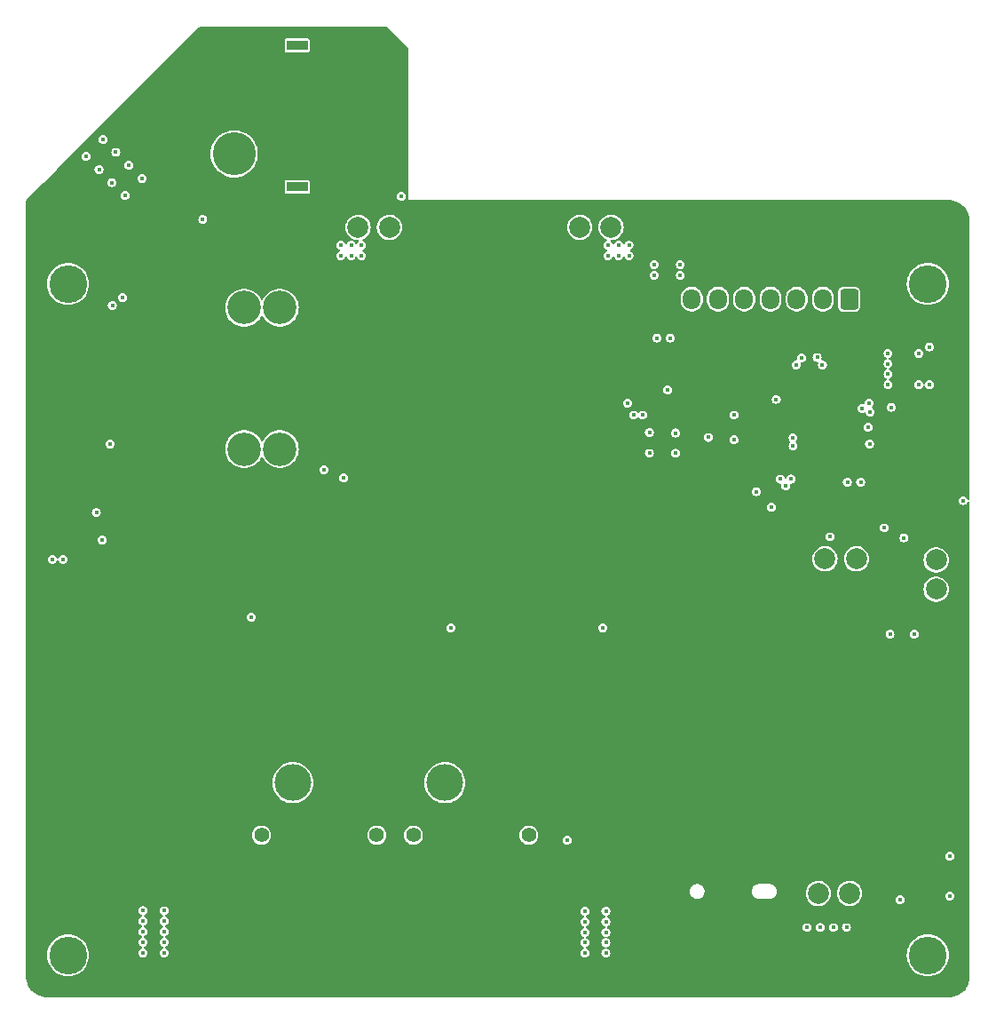
<source format=gbr>
%TF.GenerationSoftware,KiCad,Pcbnew,8.0.7*%
%TF.CreationDate,2025-04-05T22:12:11-04:00*%
%TF.ProjectId,power,706f7765-722e-46b6-9963-61645f706362,1.1*%
%TF.SameCoordinates,Original*%
%TF.FileFunction,Copper,L5,Inr*%
%TF.FilePolarity,Positive*%
%FSLAX46Y46*%
G04 Gerber Fmt 4.6, Leading zero omitted, Abs format (unit mm)*
G04 Created by KiCad (PCBNEW 8.0.7) date 2025-04-05 22:12:11*
%MOMM*%
%LPD*%
G01*
G04 APERTURE LIST*
G04 Aperture macros list*
%AMRoundRect*
0 Rectangle with rounded corners*
0 $1 Rounding radius*
0 $2 $3 $4 $5 $6 $7 $8 $9 X,Y pos of 4 corners*
0 Add a 4 corners polygon primitive as box body*
4,1,4,$2,$3,$4,$5,$6,$7,$8,$9,$2,$3,0*
0 Add four circle primitives for the rounded corners*
1,1,$1+$1,$2,$3*
1,1,$1+$1,$4,$5*
1,1,$1+$1,$6,$7*
1,1,$1+$1,$8,$9*
0 Add four rect primitives between the rounded corners*
20,1,$1+$1,$2,$3,$4,$5,0*
20,1,$1+$1,$4,$5,$6,$7,0*
20,1,$1+$1,$6,$7,$8,$9,0*
20,1,$1+$1,$8,$9,$2,$3,0*%
G04 Aperture macros list end*
%TA.AperFunction,ComponentPad*%
%ADD10C,3.200000*%
%TD*%
%TA.AperFunction,ComponentPad*%
%ADD11C,3.600000*%
%TD*%
%TA.AperFunction,ComponentPad*%
%ADD12RoundRect,0.250000X0.600000X0.725000X-0.600000X0.725000X-0.600000X-0.725000X0.600000X-0.725000X0*%
%TD*%
%TA.AperFunction,ComponentPad*%
%ADD13O,1.700000X1.950000*%
%TD*%
%TA.AperFunction,ComponentPad*%
%ADD14C,1.400000*%
%TD*%
%TA.AperFunction,ComponentPad*%
%ADD15RoundRect,0.770000X0.980000X0.980000X-0.980000X0.980000X-0.980000X-0.980000X0.980000X-0.980000X0*%
%TD*%
%TA.AperFunction,ComponentPad*%
%ADD16C,3.500000*%
%TD*%
%TA.AperFunction,ComponentPad*%
%ADD17R,2.000000X0.900000*%
%TD*%
%TA.AperFunction,ComponentPad*%
%ADD18RoundRect,1.025000X-1.025000X1.025000X-1.025000X-1.025000X1.025000X-1.025000X1.025000X1.025000X0*%
%TD*%
%TA.AperFunction,ComponentPad*%
%ADD19C,4.100000*%
%TD*%
%TA.AperFunction,ViaPad*%
%ADD20C,0.450000*%
%TD*%
%TA.AperFunction,ViaPad*%
%ADD21C,1.000000*%
%TD*%
%TA.AperFunction,ViaPad*%
%ADD22C,2.000000*%
%TD*%
G04 APERTURE END LIST*
D10*
%TO.N,+V_{batt_raw}*%
%TO.C,F6*%
X116200000Y-80265000D03*
X112800000Y-80265000D03*
%TO.N,+V_{batt_fused}*%
X116200000Y-93735000D03*
X112800000Y-93735000D03*
%TD*%
D11*
%TO.N,N/C*%
%TO.C,H3*%
X178000000Y-142000000D03*
%TD*%
%TO.N,N/C*%
%TO.C,H1*%
X96000000Y-78000000D03*
%TD*%
D12*
%TO.N,/input_connectors/BATT_BALANCE.CELL_6*%
%TO.C,J8*%
X170500000Y-79450000D03*
D13*
%TO.N,/input_connectors/BATT_BALANCE.CELL_5*%
X168000000Y-79450000D03*
%TO.N,/input_connectors/BATT_BALANCE.CELL_4*%
X165500000Y-79450000D03*
%TO.N,/input_connectors/BATT_BALANCE.CELL_3*%
X163000000Y-79450000D03*
%TO.N,/input_connectors/BATT_BALANCE.CELL_2*%
X160500000Y-79450000D03*
%TO.N,/input_connectors/BATT_BALANCE.CELL_1*%
X158000000Y-79450000D03*
%TO.N,Net-(J8-Pin_7)*%
X155500000Y-79450000D03*
%TD*%
D14*
%TO.N,*%
%TO.C,J5*%
X125449999Y-130550000D03*
X114449999Y-130550000D03*
D15*
%TO.N,GND*%
X122449999Y-125550000D03*
D16*
%TO.N,+BATT*%
X117449999Y-125550000D03*
%TD*%
D17*
%TO.N,*%
%TO.C,J7*%
X117850000Y-55250000D03*
X117850000Y-68750000D03*
D18*
%TO.N,GND*%
X111850000Y-58400000D03*
D19*
%TO.N,+V_{batt_raw}*%
X111850000Y-65600000D03*
%TD*%
D14*
%TO.N,*%
%TO.C,J3*%
X139950000Y-130550000D03*
X128950000Y-130550000D03*
D15*
%TO.N,GND*%
X136950000Y-125550000D03*
D16*
%TO.N,+BATT*%
X131950000Y-125550000D03*
%TD*%
D11*
%TO.N,N/C*%
%TO.C,H4*%
X178000000Y-78000000D03*
%TD*%
%TO.N,N/C*%
%TO.C,H2*%
X96000000Y-142000000D03*
%TD*%
D20*
%TO.N,GND*%
X149300000Y-138800000D03*
X108150000Y-141750000D03*
X150300000Y-137800000D03*
X109150000Y-141750000D03*
D21*
X147935000Y-119060000D03*
D20*
X151235001Y-125535001D03*
X140200000Y-109800000D03*
X160300001Y-137800000D03*
X151300000Y-138800000D03*
X166500000Y-74220000D03*
D21*
X94095000Y-119840000D03*
D20*
X179000000Y-127600001D03*
X179000000Y-120100001D03*
X166520000Y-93260000D03*
X158537500Y-91850001D03*
X171500000Y-74220000D03*
X159300000Y-141800000D03*
X126600000Y-110600000D03*
X94490001Y-103250000D03*
X139350000Y-75500000D03*
X113000001Y-104120000D03*
X124999999Y-81050000D03*
X149300000Y-139800001D03*
X179000000Y-114475001D03*
X96657359Y-66918019D03*
D21*
X94349999Y-113000000D03*
D20*
X146500000Y-106000000D03*
X150300000Y-138800000D03*
D21*
X147935000Y-121140000D03*
D20*
X146499999Y-80050000D03*
X131499999Y-79050000D03*
X138400000Y-109800000D03*
X175412500Y-132000000D03*
X159055385Y-110597484D03*
X151300000Y-141800000D03*
X96990001Y-93250000D03*
X97250000Y-95600000D03*
X96490000Y-94740000D03*
X165500000Y-74190001D03*
X132150000Y-75500000D03*
X170550000Y-112050000D03*
X139300000Y-109800000D03*
X108400000Y-82800000D03*
X126600001Y-111800000D03*
X158000000Y-74190001D03*
X131500000Y-105250000D03*
X156100000Y-90300000D03*
X160300000Y-139800000D03*
X179000000Y-126600001D03*
X124800000Y-110600000D03*
X149109999Y-129900000D03*
X139999999Y-80050000D03*
X139300000Y-110600000D03*
X141100000Y-110600000D03*
X174200000Y-135690000D03*
X177000000Y-119100000D03*
X94520000Y-102250000D03*
X108150000Y-139750001D03*
X140000000Y-79050000D03*
X151900000Y-74140001D03*
X150485002Y-126035001D03*
X149550000Y-110759999D03*
X159300000Y-138800000D03*
X171500000Y-139350000D03*
X159300000Y-140800000D03*
X123999999Y-81050000D03*
X138999999Y-79050000D03*
X132499999Y-80050000D03*
X178000000Y-126600001D03*
X163650000Y-90250000D03*
X150900000Y-74170000D03*
X177000000Y-126600000D03*
X159050000Y-109600001D03*
X171400000Y-101249999D03*
X158557500Y-90500000D03*
X138999999Y-80050000D03*
X97894796Y-68155456D03*
X140200000Y-111800000D03*
X99132233Y-69392893D03*
X133750000Y-110759999D03*
X96450000Y-82862500D03*
D21*
X143900002Y-124090000D03*
D20*
X138999999Y-81050000D03*
X110500000Y-104412499D03*
X131999999Y-106000000D03*
X158300000Y-139800001D03*
X149300000Y-137800000D03*
X107150000Y-141750000D03*
X147499999Y-81050000D03*
X154400000Y-74140001D03*
X126600000Y-109800000D03*
X177000000Y-120100000D03*
X151235000Y-127535001D03*
X123900000Y-109800000D03*
X160300000Y-141800000D03*
X108150000Y-137750000D03*
X154800000Y-104849999D03*
X154540001Y-112100000D03*
X131499999Y-80050000D03*
X107150000Y-140750000D03*
X130500001Y-105250000D03*
X153399999Y-74190001D03*
X149735000Y-127535001D03*
X170500000Y-74190001D03*
X146499999Y-79050000D03*
X158510589Y-83660589D03*
X147499999Y-80050000D03*
X132499999Y-81050000D03*
X155800000Y-104850000D03*
D21*
X143900002Y-128289999D03*
D20*
X125700000Y-110600000D03*
X155800000Y-105850000D03*
X150650000Y-88080000D03*
X141100001Y-112700000D03*
X124999999Y-80050000D03*
X160050000Y-109600000D03*
X155500000Y-76190001D03*
X132000000Y-104500000D03*
D21*
X94095000Y-117760000D03*
D20*
X131002516Y-104505385D03*
X151300000Y-140800000D03*
X145990000Y-129900000D03*
X172800000Y-112330000D03*
X160500000Y-74190001D03*
X149000000Y-99259999D03*
X107150000Y-139750000D03*
X163120000Y-100550000D03*
X165050000Y-112350000D03*
X158557500Y-92850000D03*
X160300000Y-140800000D03*
X108150000Y-140749999D03*
X149735000Y-126535001D03*
X179000000Y-119100001D03*
D21*
X143900002Y-126200000D03*
D20*
X175750000Y-88325000D03*
X134500000Y-99259999D03*
X140200000Y-110600000D03*
X141100000Y-111800000D03*
X157403482Y-98414285D03*
X125000000Y-79050000D03*
X178000000Y-119100001D03*
X135000000Y-110759999D03*
X108150000Y-138750000D03*
X159000000Y-74220000D03*
X169000000Y-74220000D03*
X132500000Y-79050000D03*
X109150000Y-139750000D03*
X150300000Y-140800000D03*
X151300000Y-139800000D03*
X177000000Y-127600000D03*
X148250000Y-110759999D03*
X158300000Y-137800000D03*
X146499999Y-81050000D03*
X151450000Y-95159999D03*
X145502516Y-104505386D03*
X141100000Y-109799999D03*
X144500000Y-104499999D03*
X169060000Y-93260000D03*
X154570000Y-110850000D03*
X167550000Y-90500000D03*
X152800000Y-82100000D03*
X164000000Y-74210000D03*
X152950000Y-95130000D03*
X109150000Y-138750000D03*
X178000000Y-127600001D03*
X109150000Y-137750000D03*
X175750000Y-94250000D03*
D21*
X105750000Y-88599999D03*
D20*
X131499999Y-81050000D03*
X161500000Y-74220000D03*
X146000000Y-105250000D03*
X158300000Y-140799999D03*
X153950000Y-95159999D03*
X156773223Y-87278858D03*
X104191284Y-79300000D03*
X123999999Y-80050000D03*
X126600001Y-112700000D03*
X144500000Y-106000001D03*
X167090001Y-130700000D03*
X130000000Y-106000000D03*
X145500000Y-106000000D03*
X162700000Y-101857949D03*
X168550000Y-112050000D03*
X124800000Y-109800000D03*
X163000000Y-74190001D03*
X150300000Y-141800000D03*
X139999999Y-81050000D03*
X147500000Y-79050000D03*
X160300000Y-138800000D03*
X149300000Y-140799999D03*
X109150000Y-140750000D03*
X105525000Y-78600000D03*
X168000000Y-74190001D03*
X146500000Y-104500000D03*
X145000000Y-105249999D03*
X125700000Y-109800000D03*
X159300000Y-137800000D03*
X125700000Y-111799999D03*
X174900002Y-72600000D03*
X167550000Y-83300000D03*
X150485000Y-127035001D03*
X150450000Y-95130000D03*
X149300000Y-141800000D03*
X150300000Y-139800000D03*
X166290000Y-111580000D03*
X101476284Y-82030000D03*
X159300000Y-139800000D03*
X160055385Y-110597484D03*
X155389411Y-88139411D03*
X151300001Y-137800000D03*
X107150000Y-137750000D03*
X164040001Y-113100000D03*
X178000000Y-120100001D03*
X149734999Y-125535001D03*
X169550000Y-112050000D03*
X130000000Y-104500000D03*
X100369670Y-70630330D03*
X157126777Y-84521142D03*
X107150000Y-138750000D03*
X123999999Y-79050000D03*
X151229614Y-126537517D03*
X131000001Y-106000000D03*
X170040001Y-86600000D03*
X158300000Y-138800000D03*
X154800000Y-105850000D03*
X158300000Y-141800000D03*
X155635715Y-96646518D03*
%TO.N,/mcu/NRST*%
X163550000Y-89000000D03*
%TO.N,+5V_LOCAL*%
X174400000Y-111400000D03*
X153200000Y-88100000D03*
%TO.N,+3.3V_LOCAL*%
X178159999Y-87600000D03*
X174509999Y-89750000D03*
X172450000Y-93250000D03*
D22*
X178800000Y-104300000D03*
D20*
X163090001Y-99300000D03*
X175737500Y-102200000D03*
X178159999Y-84000000D03*
X159517500Y-92850000D03*
X180100000Y-136350000D03*
X159517500Y-90500000D03*
X157050000Y-92625000D03*
%TO.N,+BATT*%
X103060624Y-67939376D03*
X98700000Y-99800000D03*
X153950000Y-92204525D03*
%TO.N,~{PB}*%
X108850000Y-71850000D03*
X101201284Y-79300000D03*
X127800000Y-69650000D03*
D22*
%TO.N,Net-(C29-Pad2)*%
X144812500Y-72600000D03*
%TO.N,Net-(C30-Pad2)*%
X126650000Y-72600000D03*
D20*
%TO.N,+3.3V_LOCAL_ALWAYS_ON*%
X176700000Y-111400000D03*
X94490001Y-104250000D03*
%TO.N,/mcu/BATT_PRE*%
X151450000Y-94140000D03*
X167950000Y-85700000D03*
X152150000Y-83150000D03*
%TO.N,Net-(D2-A)*%
X98955456Y-67094796D03*
%TO.N,Net-(D3-A)*%
X97718019Y-65857359D03*
%TO.N,Net-(D4-A)*%
X100192893Y-68332233D03*
%TO.N,Net-(D5-A)*%
X101430330Y-69569670D03*
%TO.N,/mcu/BATT_POST*%
X153450000Y-83150000D03*
X153950000Y-94140001D03*
X167450000Y-85000000D03*
%TO.N,/mcu/PWR_BTN_~{INT}*%
X120400000Y-95700000D03*
X172400000Y-89350000D03*
%TO.N,/mcu/5v0*%
X154400001Y-76150000D03*
X165950000Y-85050000D03*
%TO.N,/mcu/3v3*%
X165450000Y-85700000D03*
X151900000Y-76140002D03*
%TO.N,+V_{batt_fused}*%
X100226284Y-80040000D03*
X100009999Y-93250001D03*
X151450000Y-92140002D03*
%TO.N,/power_protection/GATE*%
X113500000Y-109750000D03*
X99250000Y-102400000D03*
%TO.N,+5V*%
X149500000Y-75300000D03*
X145300000Y-139800001D03*
X103150000Y-139750001D03*
X148500000Y-74300000D03*
X103150000Y-137750000D03*
X148500000Y-75300000D03*
X145300000Y-138800000D03*
X147500000Y-74299999D03*
X103150000Y-140749999D03*
X154400001Y-77179999D03*
X103150000Y-141750000D03*
X149500000Y-74300000D03*
X145300000Y-137800000D03*
X103150000Y-138750000D03*
X145300000Y-141800000D03*
D22*
X147787500Y-72600000D03*
D20*
X145300000Y-140799999D03*
X147499999Y-75300000D03*
%TO.N,+3.3V*%
X147300000Y-140799999D03*
X147300000Y-139800001D03*
X124000000Y-75300000D03*
X151900000Y-77160000D03*
X147300000Y-138800000D03*
X147300000Y-141800000D03*
X123000000Y-75300000D03*
X147300000Y-137800000D03*
X105150000Y-137750000D03*
X105150000Y-138750000D03*
D22*
X123675000Y-72600000D03*
D20*
X124000000Y-74300000D03*
X105150000Y-139750001D03*
X123000000Y-74300000D03*
X121999999Y-75300000D03*
X105150000Y-141750000D03*
X105150000Y-140749999D03*
X122000000Y-74299999D03*
%TO.N,/mcu/SWDIO*%
X171600000Y-96900000D03*
%TO.N,/mcu/SWCLK*%
X170330000Y-96900000D03*
%TO.N,/mcu/LED_SHUTDOWN_ACK_PWR*%
X101810624Y-66689376D03*
X173862500Y-101250000D03*
X149350000Y-89350000D03*
X168700000Y-102100000D03*
%TO.N,/mcu/LED_GREEN*%
X150800000Y-90500000D03*
X100560624Y-65439376D03*
%TO.N,/mcu/LED_RED*%
X149950000Y-90500000D03*
X99360624Y-64239376D03*
%TO.N,/mcu/LOAD_SW_PGOOD*%
X161650000Y-97800000D03*
X95510000Y-104250000D03*
%TO.N,/mcu/PWR_~{KILL}*%
X171750000Y-89850000D03*
X122300000Y-96500000D03*
%TO.N,/mcu/PWR_5v0_EN*%
X164450000Y-97250000D03*
X146999999Y-110759999D03*
%TO.N,/mcu/PWR_3v3_EN*%
X163950000Y-96600000D03*
X132500000Y-110759999D03*
%TO.N,/mcu/RX*%
X172300000Y-91650000D03*
X177140001Y-87600000D03*
%TO.N,/mcu/TX*%
X177140001Y-84600000D03*
X172500000Y-90200000D03*
%TO.N,/mcu/DOTSTAR_MOSI*%
X165150000Y-93450000D03*
%TO.N,/mcu/DOTSTAR_SCK*%
X165150000Y-92650000D03*
%TO.N,Net-(BZ1-+)*%
X180100000Y-132550000D03*
%TO.N,/mcu/BUZZER*%
X175350000Y-136710000D03*
X181400000Y-98650000D03*
D22*
%TO.N,Net-(C44-Pad1)*%
X168200000Y-104200000D03*
%TO.N,Net-(JP2-B)*%
X178800000Y-107100000D03*
%TO.N,Net-(JP3-A)*%
X171200000Y-104200000D03*
D20*
%TO.N,Net-(J6-Pin_1)*%
X166500000Y-139350000D03*
X174209999Y-84600000D03*
%TO.N,Net-(J6-Pin_3)*%
X169000000Y-139350000D03*
X174209999Y-86600000D03*
%TO.N,Net-(J6-Pin_4)*%
X174209999Y-85600000D03*
X170250000Y-139350000D03*
%TO.N,Net-(J6-Pin_2)*%
X167750000Y-139350000D03*
X174209999Y-87600000D03*
D22*
%TO.N,Net-(C22-Pad1)*%
X170537500Y-136100000D03*
%TO.N,+12V*%
X167562500Y-136100000D03*
D20*
%TO.N,/mcu/PWR_12v0_EN*%
X164950000Y-96600000D03*
X143590000Y-131050000D03*
%TD*%
%TA.AperFunction,Conductor*%
%TO.N,GND*%
G36*
X126459082Y-53504943D02*
G01*
X126517266Y-53523866D01*
X126528968Y-53533851D01*
X128470917Y-55470989D01*
X128498762Y-55525471D01*
X128500000Y-55541079D01*
X128500000Y-70000000D01*
X145500000Y-70000000D01*
X179999132Y-70000000D01*
X180000897Y-70000016D01*
X180136676Y-70002437D01*
X180148984Y-70003428D01*
X180418667Y-70042202D01*
X180432457Y-70045201D01*
X180693027Y-70121712D01*
X180706260Y-70126647D01*
X180953286Y-70239460D01*
X180965675Y-70246226D01*
X181069032Y-70312650D01*
X181194132Y-70393047D01*
X181205439Y-70401512D01*
X181410668Y-70579343D01*
X181420656Y-70589331D01*
X181598487Y-70794560D01*
X181606952Y-70805867D01*
X181753771Y-71034320D01*
X181760541Y-71046718D01*
X181873351Y-71293738D01*
X181878287Y-71306972D01*
X181954796Y-71567536D01*
X181957798Y-71581339D01*
X181996570Y-71851007D01*
X181997562Y-71863330D01*
X181999984Y-71999101D01*
X182000000Y-72000867D01*
X182000000Y-98477956D01*
X181981093Y-98536147D01*
X181931593Y-98572111D01*
X181870407Y-98572111D01*
X181820907Y-98536147D01*
X181812791Y-98522902D01*
X181748529Y-98396782D01*
X181748528Y-98396780D01*
X181653220Y-98301472D01*
X181653217Y-98301470D01*
X181533129Y-98240282D01*
X181533127Y-98240281D01*
X181400000Y-98219196D01*
X181266872Y-98240281D01*
X181266870Y-98240282D01*
X181146782Y-98301470D01*
X181051470Y-98396782D01*
X180990282Y-98516870D01*
X180990281Y-98516872D01*
X180969196Y-98649999D01*
X180969196Y-98650000D01*
X180990281Y-98783127D01*
X180990282Y-98783129D01*
X181051470Y-98903217D01*
X181051472Y-98903220D01*
X181146780Y-98998528D01*
X181266874Y-99059719D01*
X181400000Y-99080804D01*
X181533126Y-99059719D01*
X181653220Y-98998528D01*
X181748528Y-98903220D01*
X181809719Y-98783126D01*
X181809719Y-98783124D01*
X181812790Y-98777098D01*
X181856055Y-98733833D01*
X181916487Y-98724262D01*
X181971004Y-98752040D01*
X181998781Y-98806556D01*
X182000000Y-98822043D01*
X182000000Y-143999132D01*
X181999984Y-144000898D01*
X181997562Y-144136669D01*
X181996570Y-144148992D01*
X181957798Y-144418660D01*
X181954796Y-144432463D01*
X181878287Y-144693027D01*
X181873351Y-144706261D01*
X181760541Y-144953281D01*
X181753771Y-144965679D01*
X181606952Y-145194132D01*
X181598487Y-145205439D01*
X181420656Y-145410668D01*
X181410668Y-145420656D01*
X181205439Y-145598487D01*
X181194132Y-145606952D01*
X180965679Y-145753771D01*
X180953281Y-145760541D01*
X180706261Y-145873351D01*
X180693027Y-145878287D01*
X180432463Y-145954796D01*
X180418660Y-145957798D01*
X180148992Y-145996570D01*
X180136669Y-145997562D01*
X180005773Y-145999897D01*
X180000896Y-145999984D01*
X179999132Y-146000000D01*
X94000868Y-146000000D01*
X93999103Y-145999984D01*
X93994027Y-145999893D01*
X93863330Y-145997562D01*
X93851007Y-145996570D01*
X93581339Y-145957798D01*
X93567536Y-145954796D01*
X93306972Y-145878287D01*
X93293738Y-145873351D01*
X93046718Y-145760541D01*
X93034320Y-145753771D01*
X92805867Y-145606952D01*
X92794560Y-145598487D01*
X92589331Y-145420656D01*
X92579343Y-145410668D01*
X92401512Y-145205439D01*
X92393047Y-145194132D01*
X92246228Y-144965679D01*
X92239458Y-144953281D01*
X92126648Y-144706261D01*
X92121712Y-144693027D01*
X92045203Y-144432463D01*
X92042202Y-144418667D01*
X92003428Y-144148984D01*
X92002437Y-144136676D01*
X92000016Y-144000897D01*
X92000000Y-143999132D01*
X92000000Y-142000000D01*
X93994390Y-142000000D01*
X94014803Y-142285422D01*
X94075632Y-142565050D01*
X94175633Y-142833162D01*
X94175634Y-142833164D01*
X94312771Y-143084310D01*
X94312774Y-143084315D01*
X94484261Y-143313395D01*
X94686605Y-143515739D01*
X94915685Y-143687226D01*
X95166839Y-143824367D01*
X95434954Y-143924369D01*
X95714572Y-143985196D01*
X96000000Y-144005610D01*
X96285428Y-143985196D01*
X96565046Y-143924369D01*
X96833161Y-143824367D01*
X97084315Y-143687226D01*
X97313395Y-143515739D01*
X97515739Y-143313395D01*
X97687226Y-143084315D01*
X97824367Y-142833161D01*
X97924369Y-142565046D01*
X97985196Y-142285428D01*
X98005610Y-142000000D01*
X97985196Y-141714572D01*
X97924369Y-141434954D01*
X97824367Y-141166839D01*
X97821609Y-141161789D01*
X97735022Y-141003216D01*
X97687226Y-140915685D01*
X97515739Y-140686605D01*
X97313395Y-140484261D01*
X97084315Y-140312774D01*
X97051664Y-140294945D01*
X96833164Y-140175634D01*
X96833162Y-140175633D01*
X96565050Y-140075632D01*
X96565046Y-140075631D01*
X96285428Y-140014804D01*
X96285425Y-140014803D01*
X96285422Y-140014803D01*
X96000000Y-139994390D01*
X95714577Y-140014803D01*
X95434949Y-140075632D01*
X95166837Y-140175633D01*
X95166835Y-140175634D01*
X94915689Y-140312771D01*
X94686609Y-140484257D01*
X94484257Y-140686609D01*
X94312771Y-140915689D01*
X94175634Y-141166835D01*
X94175633Y-141166837D01*
X94075632Y-141434949D01*
X94075631Y-141434954D01*
X94025181Y-141666872D01*
X94014803Y-141714577D01*
X93994390Y-142000000D01*
X92000000Y-142000000D01*
X92000000Y-137749999D01*
X102719196Y-137749999D01*
X102719196Y-137750000D01*
X102740281Y-137883127D01*
X102740282Y-137883129D01*
X102801470Y-138003217D01*
X102801472Y-138003220D01*
X102896780Y-138098528D01*
X102945940Y-138123576D01*
X103020939Y-138161791D01*
X103064203Y-138205056D01*
X103073774Y-138265488D01*
X103045996Y-138320004D01*
X103020939Y-138338209D01*
X102896781Y-138401471D01*
X102801470Y-138496782D01*
X102740282Y-138616870D01*
X102740281Y-138616872D01*
X102719196Y-138749999D01*
X102719196Y-138750000D01*
X102740281Y-138883127D01*
X102740282Y-138883129D01*
X102769403Y-138940282D01*
X102801472Y-139003220D01*
X102896780Y-139098528D01*
X102896782Y-139098529D01*
X103020939Y-139161791D01*
X103064204Y-139205055D01*
X103073775Y-139265487D01*
X103045997Y-139320004D01*
X103020940Y-139338209D01*
X102896781Y-139401472D01*
X102801470Y-139496783D01*
X102740282Y-139616871D01*
X102740281Y-139616873D01*
X102719196Y-139750000D01*
X102719196Y-139750001D01*
X102740281Y-139883128D01*
X102740282Y-139883130D01*
X102796972Y-139994390D01*
X102801472Y-140003221D01*
X102896780Y-140098529D01*
X102945222Y-140123211D01*
X103020937Y-140161791D01*
X103064201Y-140205056D01*
X103073772Y-140265488D01*
X103045994Y-140320004D01*
X103020937Y-140338209D01*
X102896781Y-140401470D01*
X102801470Y-140496781D01*
X102740282Y-140616869D01*
X102740281Y-140616871D01*
X102719196Y-140749998D01*
X102719196Y-140749999D01*
X102740281Y-140883126D01*
X102740282Y-140883128D01*
X102801470Y-141003216D01*
X102801472Y-141003219D01*
X102896780Y-141098527D01*
X102896782Y-141098528D01*
X103020939Y-141161790D01*
X103064204Y-141205054D01*
X103073775Y-141265486D01*
X103045997Y-141320003D01*
X103020940Y-141338208D01*
X102896781Y-141401471D01*
X102801470Y-141496782D01*
X102740282Y-141616870D01*
X102740281Y-141616872D01*
X102719196Y-141749999D01*
X102719196Y-141750000D01*
X102740281Y-141883127D01*
X102740282Y-141883129D01*
X102799831Y-142000000D01*
X102801472Y-142003220D01*
X102896780Y-142098528D01*
X103016874Y-142159719D01*
X103150000Y-142180804D01*
X103283126Y-142159719D01*
X103403220Y-142098528D01*
X103498528Y-142003220D01*
X103559719Y-141883126D01*
X103580804Y-141750000D01*
X103559719Y-141616874D01*
X103498528Y-141496780D01*
X103403220Y-141401472D01*
X103400174Y-141399920D01*
X103279059Y-141338208D01*
X103235795Y-141294943D01*
X103226224Y-141234511D01*
X103254002Y-141179995D01*
X103279060Y-141161789D01*
X103283123Y-141159718D01*
X103283126Y-141159718D01*
X103403220Y-141098527D01*
X103498528Y-141003219D01*
X103559719Y-140883125D01*
X103580804Y-140749999D01*
X103559719Y-140616873D01*
X103498528Y-140496779D01*
X103403220Y-140401471D01*
X103403217Y-140401469D01*
X103279063Y-140338209D01*
X103235798Y-140294945D01*
X103226227Y-140234513D01*
X103254005Y-140179996D01*
X103279063Y-140161791D01*
X103353687Y-140123767D01*
X103403220Y-140098529D01*
X103498528Y-140003221D01*
X103559719Y-139883127D01*
X103580804Y-139750001D01*
X103559719Y-139616875D01*
X103498528Y-139496781D01*
X103403220Y-139401473D01*
X103400174Y-139399921D01*
X103279059Y-139338209D01*
X103235795Y-139294944D01*
X103226224Y-139234512D01*
X103254002Y-139179996D01*
X103279060Y-139161790D01*
X103283123Y-139159719D01*
X103283126Y-139159719D01*
X103403220Y-139098528D01*
X103498528Y-139003220D01*
X103559719Y-138883126D01*
X103580804Y-138750000D01*
X103559719Y-138616874D01*
X103498528Y-138496780D01*
X103403220Y-138401472D01*
X103403217Y-138401470D01*
X103279061Y-138338209D01*
X103235796Y-138294945D01*
X103226225Y-138234513D01*
X103254003Y-138179996D01*
X103279061Y-138161791D01*
X103352963Y-138124134D01*
X103403220Y-138098528D01*
X103498528Y-138003220D01*
X103559719Y-137883126D01*
X103580804Y-137750000D01*
X103580804Y-137749999D01*
X104719196Y-137749999D01*
X104719196Y-137750000D01*
X104740281Y-137883127D01*
X104740282Y-137883129D01*
X104801470Y-138003217D01*
X104801472Y-138003220D01*
X104896780Y-138098528D01*
X104945940Y-138123576D01*
X105020939Y-138161791D01*
X105064203Y-138205056D01*
X105073774Y-138265488D01*
X105045996Y-138320004D01*
X105020939Y-138338209D01*
X104896781Y-138401471D01*
X104801470Y-138496782D01*
X104740282Y-138616870D01*
X104740281Y-138616872D01*
X104719196Y-138749999D01*
X104719196Y-138750000D01*
X104740281Y-138883127D01*
X104740282Y-138883129D01*
X104769403Y-138940282D01*
X104801472Y-139003220D01*
X104896780Y-139098528D01*
X104896782Y-139098529D01*
X105020939Y-139161791D01*
X105064204Y-139205055D01*
X105073775Y-139265487D01*
X105045997Y-139320004D01*
X105020940Y-139338209D01*
X104896781Y-139401472D01*
X104801470Y-139496783D01*
X104740282Y-139616871D01*
X104740281Y-139616873D01*
X104719196Y-139750000D01*
X104719196Y-139750001D01*
X104740281Y-139883128D01*
X104740282Y-139883130D01*
X104796972Y-139994390D01*
X104801472Y-140003221D01*
X104896780Y-140098529D01*
X104945222Y-140123211D01*
X105020937Y-140161791D01*
X105064201Y-140205056D01*
X105073772Y-140265488D01*
X105045994Y-140320004D01*
X105020937Y-140338209D01*
X104896781Y-140401470D01*
X104801470Y-140496781D01*
X104740282Y-140616869D01*
X104740281Y-140616871D01*
X104719196Y-140749998D01*
X104719196Y-140749999D01*
X104740281Y-140883126D01*
X104740282Y-140883128D01*
X104801470Y-141003216D01*
X104801472Y-141003219D01*
X104896780Y-141098527D01*
X104896782Y-141098528D01*
X105020939Y-141161790D01*
X105064204Y-141205054D01*
X105073775Y-141265486D01*
X105045997Y-141320003D01*
X105020940Y-141338208D01*
X104896781Y-141401471D01*
X104801470Y-141496782D01*
X104740282Y-141616870D01*
X104740281Y-141616872D01*
X104719196Y-141749999D01*
X104719196Y-141750000D01*
X104740281Y-141883127D01*
X104740282Y-141883129D01*
X104799831Y-142000000D01*
X104801472Y-142003220D01*
X104896780Y-142098528D01*
X105016874Y-142159719D01*
X105150000Y-142180804D01*
X105283126Y-142159719D01*
X105403220Y-142098528D01*
X105498528Y-142003220D01*
X105559719Y-141883126D01*
X105580804Y-141750000D01*
X105559719Y-141616874D01*
X105498528Y-141496780D01*
X105403220Y-141401472D01*
X105400174Y-141399920D01*
X105279059Y-141338208D01*
X105235795Y-141294943D01*
X105226224Y-141234511D01*
X105254002Y-141179995D01*
X105279060Y-141161789D01*
X105283123Y-141159718D01*
X105283126Y-141159718D01*
X105403220Y-141098527D01*
X105498528Y-141003219D01*
X105559719Y-140883125D01*
X105580804Y-140749999D01*
X105559719Y-140616873D01*
X105498528Y-140496779D01*
X105403220Y-140401471D01*
X105403217Y-140401469D01*
X105279063Y-140338209D01*
X105235798Y-140294945D01*
X105226227Y-140234513D01*
X105254005Y-140179996D01*
X105279063Y-140161791D01*
X105353687Y-140123767D01*
X105403220Y-140098529D01*
X105498528Y-140003221D01*
X105559719Y-139883127D01*
X105580804Y-139750001D01*
X105559719Y-139616875D01*
X105498528Y-139496781D01*
X105403220Y-139401473D01*
X105400174Y-139399921D01*
X105279059Y-139338209D01*
X105235795Y-139294944D01*
X105226224Y-139234512D01*
X105254002Y-139179996D01*
X105279060Y-139161790D01*
X105283123Y-139159719D01*
X105283126Y-139159719D01*
X105403220Y-139098528D01*
X105498528Y-139003220D01*
X105559719Y-138883126D01*
X105580804Y-138750000D01*
X105559719Y-138616874D01*
X105498528Y-138496780D01*
X105403220Y-138401472D01*
X105403217Y-138401470D01*
X105279061Y-138338209D01*
X105235796Y-138294945D01*
X105226225Y-138234513D01*
X105254003Y-138179996D01*
X105279061Y-138161791D01*
X105352963Y-138124134D01*
X105403220Y-138098528D01*
X105498528Y-138003220D01*
X105559719Y-137883126D01*
X105572885Y-137799999D01*
X144869196Y-137799999D01*
X144869196Y-137800000D01*
X144890281Y-137933127D01*
X144890282Y-137933129D01*
X144951470Y-138053217D01*
X144951472Y-138053220D01*
X145046780Y-138148528D01*
X145095940Y-138173576D01*
X145170939Y-138211791D01*
X145214203Y-138255056D01*
X145223774Y-138315488D01*
X145195996Y-138370004D01*
X145170939Y-138388209D01*
X145046781Y-138451471D01*
X144951470Y-138546782D01*
X144890282Y-138666870D01*
X144890281Y-138666872D01*
X144869196Y-138799999D01*
X144869196Y-138800000D01*
X144890281Y-138933127D01*
X144890282Y-138933129D01*
X144951470Y-139053217D01*
X144951472Y-139053220D01*
X145046780Y-139148528D01*
X145046782Y-139148529D01*
X145170939Y-139211791D01*
X145214204Y-139255055D01*
X145223775Y-139315487D01*
X145195997Y-139370004D01*
X145170940Y-139388209D01*
X145046781Y-139451472D01*
X144951470Y-139546783D01*
X144890282Y-139666871D01*
X144890281Y-139666873D01*
X144869196Y-139800000D01*
X144869196Y-139800001D01*
X144890281Y-139933128D01*
X144890282Y-139933130D01*
X144951470Y-140053218D01*
X144951472Y-140053221D01*
X145046780Y-140148529D01*
X145095222Y-140173211D01*
X145170937Y-140211791D01*
X145214201Y-140255056D01*
X145223772Y-140315488D01*
X145195994Y-140370004D01*
X145170937Y-140388209D01*
X145046781Y-140451470D01*
X144951470Y-140546781D01*
X144890282Y-140666869D01*
X144890281Y-140666871D01*
X144869196Y-140799998D01*
X144869196Y-140799999D01*
X144890281Y-140933126D01*
X144890282Y-140933128D01*
X144951470Y-141053216D01*
X144951472Y-141053219D01*
X145046780Y-141148527D01*
X145046782Y-141148528D01*
X145170939Y-141211790D01*
X145214204Y-141255054D01*
X145223775Y-141315486D01*
X145195997Y-141370003D01*
X145170940Y-141388208D01*
X145046781Y-141451471D01*
X144951470Y-141546782D01*
X144890282Y-141666870D01*
X144890281Y-141666872D01*
X144869196Y-141799999D01*
X144869196Y-141800000D01*
X144890281Y-141933127D01*
X144890282Y-141933129D01*
X144951470Y-142053217D01*
X144951472Y-142053220D01*
X145046780Y-142148528D01*
X145166874Y-142209719D01*
X145300000Y-142230804D01*
X145433126Y-142209719D01*
X145553220Y-142148528D01*
X145648528Y-142053220D01*
X145709719Y-141933126D01*
X145730804Y-141800000D01*
X145709719Y-141666874D01*
X145648528Y-141546780D01*
X145553220Y-141451472D01*
X145520792Y-141434949D01*
X145429059Y-141388208D01*
X145385795Y-141344943D01*
X145376224Y-141284511D01*
X145404002Y-141229995D01*
X145429060Y-141211789D01*
X145433123Y-141209718D01*
X145433126Y-141209718D01*
X145553220Y-141148527D01*
X145648528Y-141053219D01*
X145709719Y-140933125D01*
X145730804Y-140799999D01*
X145709719Y-140666873D01*
X145648528Y-140546779D01*
X145553220Y-140451471D01*
X145553217Y-140451469D01*
X145429063Y-140388209D01*
X145385798Y-140344945D01*
X145376227Y-140284513D01*
X145404005Y-140229996D01*
X145429063Y-140211791D01*
X145503687Y-140173767D01*
X145553220Y-140148529D01*
X145648528Y-140053221D01*
X145709719Y-139933127D01*
X145730804Y-139800001D01*
X145709719Y-139666875D01*
X145648528Y-139546781D01*
X145553220Y-139451473D01*
X145550174Y-139449921D01*
X145429059Y-139388209D01*
X145385795Y-139344944D01*
X145376224Y-139284512D01*
X145404002Y-139229996D01*
X145429060Y-139211790D01*
X145433123Y-139209719D01*
X145433126Y-139209719D01*
X145553220Y-139148528D01*
X145648528Y-139053220D01*
X145709719Y-138933126D01*
X145730804Y-138800000D01*
X145709719Y-138666874D01*
X145648528Y-138546780D01*
X145553220Y-138451472D01*
X145553217Y-138451470D01*
X145429061Y-138388209D01*
X145385796Y-138344945D01*
X145376225Y-138284513D01*
X145404003Y-138229996D01*
X145429061Y-138211791D01*
X145502963Y-138174134D01*
X145553220Y-138148528D01*
X145648528Y-138053220D01*
X145709719Y-137933126D01*
X145730804Y-137800000D01*
X145730804Y-137799999D01*
X146869196Y-137799999D01*
X146869196Y-137800000D01*
X146890281Y-137933127D01*
X146890282Y-137933129D01*
X146951470Y-138053217D01*
X146951472Y-138053220D01*
X147046780Y-138148528D01*
X147095940Y-138173576D01*
X147170939Y-138211791D01*
X147214203Y-138255056D01*
X147223774Y-138315488D01*
X147195996Y-138370004D01*
X147170939Y-138388209D01*
X147046781Y-138451471D01*
X146951470Y-138546782D01*
X146890282Y-138666870D01*
X146890281Y-138666872D01*
X146869196Y-138799999D01*
X146869196Y-138800000D01*
X146890281Y-138933127D01*
X146890282Y-138933129D01*
X146951470Y-139053217D01*
X146951472Y-139053220D01*
X147046780Y-139148528D01*
X147046782Y-139148529D01*
X147170939Y-139211791D01*
X147214204Y-139255055D01*
X147223775Y-139315487D01*
X147195997Y-139370004D01*
X147170940Y-139388209D01*
X147046781Y-139451472D01*
X146951470Y-139546783D01*
X146890282Y-139666871D01*
X146890281Y-139666873D01*
X146869196Y-139800000D01*
X146869196Y-139800001D01*
X146890281Y-139933128D01*
X146890282Y-139933130D01*
X146951470Y-140053218D01*
X146951472Y-140053221D01*
X147046780Y-140148529D01*
X147095222Y-140173211D01*
X147170937Y-140211791D01*
X147214201Y-140255056D01*
X147223772Y-140315488D01*
X147195994Y-140370004D01*
X147170937Y-140388209D01*
X147046781Y-140451470D01*
X146951470Y-140546781D01*
X146890282Y-140666869D01*
X146890281Y-140666871D01*
X146869196Y-140799998D01*
X146869196Y-140799999D01*
X146890281Y-140933126D01*
X146890282Y-140933128D01*
X146951470Y-141053216D01*
X146951472Y-141053219D01*
X147046780Y-141148527D01*
X147046782Y-141148528D01*
X147170939Y-141211790D01*
X147214204Y-141255054D01*
X147223775Y-141315486D01*
X147195997Y-141370003D01*
X147170940Y-141388208D01*
X147046781Y-141451471D01*
X146951470Y-141546782D01*
X146890282Y-141666870D01*
X146890281Y-141666872D01*
X146869196Y-141799999D01*
X146869196Y-141800000D01*
X146890281Y-141933127D01*
X146890282Y-141933129D01*
X146951470Y-142053217D01*
X146951472Y-142053220D01*
X147046780Y-142148528D01*
X147166874Y-142209719D01*
X147300000Y-142230804D01*
X147433126Y-142209719D01*
X147553220Y-142148528D01*
X147648528Y-142053220D01*
X147675645Y-142000000D01*
X175994390Y-142000000D01*
X176014803Y-142285422D01*
X176075632Y-142565050D01*
X176175633Y-142833162D01*
X176175634Y-142833164D01*
X176312771Y-143084310D01*
X176312774Y-143084315D01*
X176484261Y-143313395D01*
X176686605Y-143515739D01*
X176915685Y-143687226D01*
X177166839Y-143824367D01*
X177434954Y-143924369D01*
X177714572Y-143985196D01*
X178000000Y-144005610D01*
X178285428Y-143985196D01*
X178565046Y-143924369D01*
X178833161Y-143824367D01*
X179084315Y-143687226D01*
X179313395Y-143515739D01*
X179515739Y-143313395D01*
X179687226Y-143084315D01*
X179824367Y-142833161D01*
X179924369Y-142565046D01*
X179985196Y-142285428D01*
X180005610Y-142000000D01*
X179985196Y-141714572D01*
X179924369Y-141434954D01*
X179824367Y-141166839D01*
X179821609Y-141161789D01*
X179735022Y-141003216D01*
X179687226Y-140915685D01*
X179515739Y-140686605D01*
X179313395Y-140484261D01*
X179084315Y-140312774D01*
X179051664Y-140294945D01*
X178833164Y-140175634D01*
X178833162Y-140175633D01*
X178565050Y-140075632D01*
X178565046Y-140075631D01*
X178285428Y-140014804D01*
X178285425Y-140014803D01*
X178285422Y-140014803D01*
X178000000Y-139994390D01*
X177714577Y-140014803D01*
X177434949Y-140075632D01*
X177166837Y-140175633D01*
X177166835Y-140175634D01*
X176915689Y-140312771D01*
X176686609Y-140484257D01*
X176484257Y-140686609D01*
X176312771Y-140915689D01*
X176175634Y-141166835D01*
X176175633Y-141166837D01*
X176075632Y-141434949D01*
X176075631Y-141434954D01*
X176025181Y-141666872D01*
X176014803Y-141714577D01*
X175994390Y-142000000D01*
X147675645Y-142000000D01*
X147709719Y-141933126D01*
X147730804Y-141800000D01*
X147709719Y-141666874D01*
X147648528Y-141546780D01*
X147553220Y-141451472D01*
X147520792Y-141434949D01*
X147429059Y-141388208D01*
X147385795Y-141344943D01*
X147376224Y-141284511D01*
X147404002Y-141229995D01*
X147429060Y-141211789D01*
X147433123Y-141209718D01*
X147433126Y-141209718D01*
X147553220Y-141148527D01*
X147648528Y-141053219D01*
X147709719Y-140933125D01*
X147730804Y-140799999D01*
X147709719Y-140666873D01*
X147648528Y-140546779D01*
X147553220Y-140451471D01*
X147553217Y-140451469D01*
X147429063Y-140388209D01*
X147385798Y-140344945D01*
X147376227Y-140284513D01*
X147404005Y-140229996D01*
X147429063Y-140211791D01*
X147503687Y-140173767D01*
X147553220Y-140148529D01*
X147648528Y-140053221D01*
X147709719Y-139933127D01*
X147730804Y-139800001D01*
X147709719Y-139666875D01*
X147648528Y-139546781D01*
X147553220Y-139451473D01*
X147550174Y-139449921D01*
X147429059Y-139388209D01*
X147390850Y-139349999D01*
X166069196Y-139349999D01*
X166069196Y-139350000D01*
X166090281Y-139483127D01*
X166090282Y-139483129D01*
X166151470Y-139603217D01*
X166151472Y-139603220D01*
X166246780Y-139698528D01*
X166366874Y-139759719D01*
X166500000Y-139780804D01*
X166633126Y-139759719D01*
X166753220Y-139698528D01*
X166848528Y-139603220D01*
X166909719Y-139483126D01*
X166930804Y-139350000D01*
X166930804Y-139349999D01*
X167319196Y-139349999D01*
X167319196Y-139350000D01*
X167340281Y-139483127D01*
X167340282Y-139483129D01*
X167401470Y-139603217D01*
X167401472Y-139603220D01*
X167496780Y-139698528D01*
X167616874Y-139759719D01*
X167750000Y-139780804D01*
X167883126Y-139759719D01*
X168003220Y-139698528D01*
X168098528Y-139603220D01*
X168159719Y-139483126D01*
X168180804Y-139350000D01*
X168180804Y-139349999D01*
X168569196Y-139349999D01*
X168569196Y-139350000D01*
X168590281Y-139483127D01*
X168590282Y-139483129D01*
X168651470Y-139603217D01*
X168651472Y-139603220D01*
X168746780Y-139698528D01*
X168866874Y-139759719D01*
X169000000Y-139780804D01*
X169133126Y-139759719D01*
X169253220Y-139698528D01*
X169348528Y-139603220D01*
X169409719Y-139483126D01*
X169430804Y-139350000D01*
X169430804Y-139349999D01*
X169819196Y-139349999D01*
X169819196Y-139350000D01*
X169840281Y-139483127D01*
X169840282Y-139483129D01*
X169901470Y-139603217D01*
X169901472Y-139603220D01*
X169996780Y-139698528D01*
X170116874Y-139759719D01*
X170250000Y-139780804D01*
X170383126Y-139759719D01*
X170503220Y-139698528D01*
X170598528Y-139603220D01*
X170659719Y-139483126D01*
X170680804Y-139350000D01*
X170678936Y-139338209D01*
X170670432Y-139284512D01*
X170659719Y-139216874D01*
X170598528Y-139096780D01*
X170503220Y-139001472D01*
X170503217Y-139001470D01*
X170383129Y-138940282D01*
X170383127Y-138940281D01*
X170250000Y-138919196D01*
X170116872Y-138940281D01*
X170116870Y-138940282D01*
X169996782Y-139001470D01*
X169901470Y-139096782D01*
X169840282Y-139216870D01*
X169840281Y-139216872D01*
X169819196Y-139349999D01*
X169430804Y-139349999D01*
X169428936Y-139338209D01*
X169420432Y-139284512D01*
X169409719Y-139216874D01*
X169348528Y-139096780D01*
X169253220Y-139001472D01*
X169253217Y-139001470D01*
X169133129Y-138940282D01*
X169133127Y-138940281D01*
X169000000Y-138919196D01*
X168866872Y-138940281D01*
X168866870Y-138940282D01*
X168746782Y-139001470D01*
X168651470Y-139096782D01*
X168590282Y-139216870D01*
X168590281Y-139216872D01*
X168569196Y-139349999D01*
X168180804Y-139349999D01*
X168178936Y-139338209D01*
X168170432Y-139284512D01*
X168159719Y-139216874D01*
X168098528Y-139096780D01*
X168003220Y-139001472D01*
X168003217Y-139001470D01*
X167883129Y-138940282D01*
X167883127Y-138940281D01*
X167750000Y-138919196D01*
X167616872Y-138940281D01*
X167616870Y-138940282D01*
X167496782Y-139001470D01*
X167401470Y-139096782D01*
X167340282Y-139216870D01*
X167340281Y-139216872D01*
X167319196Y-139349999D01*
X166930804Y-139349999D01*
X166928936Y-139338209D01*
X166920432Y-139284512D01*
X166909719Y-139216874D01*
X166848528Y-139096780D01*
X166753220Y-139001472D01*
X166753217Y-139001470D01*
X166633129Y-138940282D01*
X166633127Y-138940281D01*
X166500000Y-138919196D01*
X166366872Y-138940281D01*
X166366870Y-138940282D01*
X166246782Y-139001470D01*
X166151470Y-139096782D01*
X166090282Y-139216870D01*
X166090281Y-139216872D01*
X166069196Y-139349999D01*
X147390850Y-139349999D01*
X147385795Y-139344944D01*
X147376224Y-139284512D01*
X147404002Y-139229996D01*
X147429060Y-139211790D01*
X147433123Y-139209719D01*
X147433126Y-139209719D01*
X147553220Y-139148528D01*
X147648528Y-139053220D01*
X147709719Y-138933126D01*
X147730804Y-138800000D01*
X147709719Y-138666874D01*
X147648528Y-138546780D01*
X147553220Y-138451472D01*
X147553217Y-138451470D01*
X147429061Y-138388209D01*
X147385796Y-138344945D01*
X147376225Y-138284513D01*
X147404003Y-138229996D01*
X147429061Y-138211791D01*
X147502963Y-138174134D01*
X147553220Y-138148528D01*
X147648528Y-138053220D01*
X147709719Y-137933126D01*
X147730804Y-137800000D01*
X147709719Y-137666874D01*
X147648528Y-137546780D01*
X147553220Y-137451472D01*
X147553217Y-137451470D01*
X147433129Y-137390282D01*
X147433127Y-137390281D01*
X147300000Y-137369196D01*
X147166872Y-137390281D01*
X147166870Y-137390282D01*
X147046782Y-137451470D01*
X146951470Y-137546782D01*
X146890282Y-137666870D01*
X146890281Y-137666872D01*
X146869196Y-137799999D01*
X145730804Y-137799999D01*
X145709719Y-137666874D01*
X145648528Y-137546780D01*
X145553220Y-137451472D01*
X145553217Y-137451470D01*
X145433129Y-137390282D01*
X145433127Y-137390281D01*
X145300000Y-137369196D01*
X145166872Y-137390281D01*
X145166870Y-137390282D01*
X145046782Y-137451470D01*
X144951470Y-137546782D01*
X144890282Y-137666870D01*
X144890281Y-137666872D01*
X144869196Y-137799999D01*
X105572885Y-137799999D01*
X105580804Y-137750000D01*
X105559719Y-137616874D01*
X105498528Y-137496780D01*
X105403220Y-137401472D01*
X105403217Y-137401470D01*
X105283129Y-137340282D01*
X105283127Y-137340281D01*
X105150000Y-137319196D01*
X105016872Y-137340281D01*
X105016870Y-137340282D01*
X104896782Y-137401470D01*
X104801470Y-137496782D01*
X104740282Y-137616870D01*
X104740281Y-137616872D01*
X104719196Y-137749999D01*
X103580804Y-137749999D01*
X103559719Y-137616874D01*
X103498528Y-137496780D01*
X103403220Y-137401472D01*
X103403217Y-137401470D01*
X103283129Y-137340282D01*
X103283127Y-137340281D01*
X103150000Y-137319196D01*
X103016872Y-137340281D01*
X103016870Y-137340282D01*
X102896782Y-137401470D01*
X102801470Y-137496782D01*
X102740282Y-137616870D01*
X102740281Y-137616872D01*
X102719196Y-137749999D01*
X92000000Y-137749999D01*
X92000000Y-135830610D01*
X155295500Y-135830610D01*
X155295500Y-135969389D01*
X155322572Y-136105493D01*
X155375679Y-136233704D01*
X155375683Y-136233713D01*
X155430815Y-136316222D01*
X155452779Y-136349093D01*
X155550907Y-136447221D01*
X155600100Y-136480090D01*
X155666286Y-136524316D01*
X155666292Y-136524318D01*
X155666294Y-136524320D01*
X155794505Y-136577427D01*
X155930613Y-136604500D01*
X155930614Y-136604500D01*
X156069386Y-136604500D01*
X156069387Y-136604500D01*
X156205495Y-136577427D01*
X156333706Y-136524320D01*
X156333709Y-136524317D01*
X156333713Y-136524316D01*
X156367028Y-136502054D01*
X156449093Y-136447221D01*
X156547221Y-136349093D01*
X156602054Y-136267028D01*
X156624316Y-136233713D01*
X156624317Y-136233709D01*
X156624320Y-136233706D01*
X156677427Y-136105495D01*
X156704500Y-135969387D01*
X156704500Y-135830613D01*
X156704499Y-135830610D01*
X161195500Y-135830610D01*
X161195500Y-135969389D01*
X161222572Y-136105493D01*
X161275679Y-136233704D01*
X161275683Y-136233713D01*
X161330815Y-136316222D01*
X161352779Y-136349093D01*
X161450907Y-136447221D01*
X161500100Y-136480090D01*
X161566286Y-136524316D01*
X161566292Y-136524318D01*
X161566294Y-136524320D01*
X161694505Y-136577427D01*
X161830613Y-136604500D01*
X161830614Y-136604500D01*
X162969386Y-136604500D01*
X162969387Y-136604500D01*
X163105495Y-136577427D01*
X163233706Y-136524320D01*
X163233709Y-136524317D01*
X163233713Y-136524316D01*
X163267028Y-136502054D01*
X163349093Y-136447221D01*
X163447221Y-136349093D01*
X163502054Y-136267028D01*
X163524316Y-136233713D01*
X163524317Y-136233709D01*
X163524320Y-136233706D01*
X163577427Y-136105495D01*
X163578520Y-136100000D01*
X166356857Y-136100000D01*
X166377385Y-136321536D01*
X166438271Y-136535528D01*
X166537442Y-136734689D01*
X166671519Y-136912236D01*
X166835938Y-137062124D01*
X167025099Y-137179247D01*
X167232560Y-137259618D01*
X167451257Y-137300500D01*
X167673743Y-137300500D01*
X167892440Y-137259618D01*
X168099901Y-137179247D01*
X168289062Y-137062124D01*
X168453481Y-136912236D01*
X168587558Y-136734689D01*
X168686729Y-136535528D01*
X168747615Y-136321536D01*
X168768143Y-136100000D01*
X169331857Y-136100000D01*
X169352385Y-136321536D01*
X169413271Y-136535528D01*
X169512442Y-136734689D01*
X169646519Y-136912236D01*
X169810938Y-137062124D01*
X170000099Y-137179247D01*
X170207560Y-137259618D01*
X170426257Y-137300500D01*
X170648743Y-137300500D01*
X170867440Y-137259618D01*
X171074901Y-137179247D01*
X171264062Y-137062124D01*
X171428481Y-136912236D01*
X171562558Y-136734689D01*
X171574852Y-136709999D01*
X174919196Y-136709999D01*
X174919196Y-136710000D01*
X174940281Y-136843127D01*
X174940282Y-136843129D01*
X174975494Y-136912236D01*
X175001472Y-136963220D01*
X175096780Y-137058528D01*
X175216874Y-137119719D01*
X175350000Y-137140804D01*
X175483126Y-137119719D01*
X175603220Y-137058528D01*
X175698528Y-136963220D01*
X175759719Y-136843126D01*
X175780804Y-136710000D01*
X175759719Y-136576874D01*
X175698528Y-136456780D01*
X175603220Y-136361472D01*
X175603217Y-136361470D01*
X175580704Y-136349999D01*
X179669196Y-136349999D01*
X179669196Y-136350000D01*
X179690281Y-136483127D01*
X179690282Y-136483129D01*
X179751470Y-136603217D01*
X179751472Y-136603220D01*
X179846780Y-136698528D01*
X179966874Y-136759719D01*
X180100000Y-136780804D01*
X180233126Y-136759719D01*
X180353220Y-136698528D01*
X180448528Y-136603220D01*
X180509719Y-136483126D01*
X180530804Y-136350000D01*
X180509719Y-136216874D01*
X180448528Y-136096780D01*
X180353220Y-136001472D01*
X180353217Y-136001470D01*
X180233129Y-135940282D01*
X180233127Y-135940281D01*
X180100000Y-135919196D01*
X179966872Y-135940281D01*
X179966870Y-135940282D01*
X179846782Y-136001470D01*
X179751470Y-136096782D01*
X179690282Y-136216870D01*
X179690281Y-136216872D01*
X179669196Y-136349999D01*
X175580704Y-136349999D01*
X175483129Y-136300282D01*
X175483127Y-136300281D01*
X175350000Y-136279196D01*
X175216872Y-136300281D01*
X175216870Y-136300282D01*
X175096782Y-136361470D01*
X175001470Y-136456782D01*
X174940282Y-136576870D01*
X174940281Y-136576872D01*
X174919196Y-136709999D01*
X171574852Y-136709999D01*
X171661729Y-136535528D01*
X171722615Y-136321536D01*
X171743143Y-136100000D01*
X171722615Y-135878464D01*
X171661729Y-135664472D01*
X171562558Y-135465311D01*
X171428481Y-135287764D01*
X171264062Y-135137876D01*
X171074901Y-135020753D01*
X170867440Y-134940382D01*
X170867439Y-134940381D01*
X170867437Y-134940381D01*
X170648743Y-134899500D01*
X170426257Y-134899500D01*
X170207562Y-134940381D01*
X170131297Y-134969926D01*
X170000099Y-135020753D01*
X169810938Y-135137876D01*
X169646520Y-135287763D01*
X169512443Y-135465309D01*
X169512438Y-135465318D01*
X169413272Y-135664469D01*
X169413271Y-135664472D01*
X169352385Y-135878464D01*
X169331857Y-136100000D01*
X168768143Y-136100000D01*
X168747615Y-135878464D01*
X168686729Y-135664472D01*
X168587558Y-135465311D01*
X168453481Y-135287764D01*
X168289062Y-135137876D01*
X168099901Y-135020753D01*
X167892440Y-134940382D01*
X167892439Y-134940381D01*
X167892437Y-134940381D01*
X167673743Y-134899500D01*
X167451257Y-134899500D01*
X167232562Y-134940381D01*
X167156297Y-134969926D01*
X167025099Y-135020753D01*
X166835938Y-135137876D01*
X166671520Y-135287763D01*
X166537443Y-135465309D01*
X166537438Y-135465318D01*
X166438272Y-135664469D01*
X166438271Y-135664472D01*
X166377385Y-135878464D01*
X166356857Y-136100000D01*
X163578520Y-136100000D01*
X163604500Y-135969387D01*
X163604500Y-135830613D01*
X163577427Y-135694505D01*
X163524320Y-135566294D01*
X163524318Y-135566292D01*
X163524316Y-135566286D01*
X163480090Y-135500100D01*
X163447221Y-135450907D01*
X163349093Y-135352779D01*
X163316222Y-135330815D01*
X163233713Y-135275683D01*
X163233704Y-135275679D01*
X163105493Y-135222572D01*
X162969389Y-135195500D01*
X162969387Y-135195500D01*
X161830613Y-135195500D01*
X161830610Y-135195500D01*
X161694506Y-135222572D01*
X161566295Y-135275679D01*
X161566286Y-135275683D01*
X161450907Y-135352779D01*
X161450903Y-135352782D01*
X161352782Y-135450903D01*
X161352779Y-135450907D01*
X161275683Y-135566286D01*
X161275679Y-135566295D01*
X161222572Y-135694506D01*
X161195500Y-135830610D01*
X156704499Y-135830610D01*
X156677427Y-135694505D01*
X156624320Y-135566294D01*
X156624318Y-135566292D01*
X156624316Y-135566286D01*
X156580090Y-135500100D01*
X156547221Y-135450907D01*
X156449093Y-135352779D01*
X156416222Y-135330815D01*
X156333713Y-135275683D01*
X156333704Y-135275679D01*
X156205493Y-135222572D01*
X156069389Y-135195500D01*
X156069387Y-135195500D01*
X155930613Y-135195500D01*
X155930610Y-135195500D01*
X155794506Y-135222572D01*
X155666295Y-135275679D01*
X155666286Y-135275683D01*
X155550907Y-135352779D01*
X155550903Y-135352782D01*
X155452782Y-135450903D01*
X155452779Y-135450907D01*
X155375683Y-135566286D01*
X155375679Y-135566295D01*
X155322572Y-135694506D01*
X155295500Y-135830610D01*
X92000000Y-135830610D01*
X92000000Y-132549999D01*
X179669196Y-132549999D01*
X179669196Y-132550000D01*
X179690281Y-132683127D01*
X179690282Y-132683129D01*
X179751470Y-132803217D01*
X179751472Y-132803220D01*
X179846780Y-132898528D01*
X179966874Y-132959719D01*
X180100000Y-132980804D01*
X180233126Y-132959719D01*
X180353220Y-132898528D01*
X180448528Y-132803220D01*
X180509719Y-132683126D01*
X180530804Y-132550000D01*
X180509719Y-132416874D01*
X180448528Y-132296780D01*
X180353220Y-132201472D01*
X180353217Y-132201470D01*
X180233129Y-132140282D01*
X180233127Y-132140281D01*
X180100000Y-132119196D01*
X179966872Y-132140281D01*
X179966870Y-132140282D01*
X179846782Y-132201470D01*
X179751470Y-132296782D01*
X179690282Y-132416870D01*
X179690281Y-132416872D01*
X179669196Y-132549999D01*
X92000000Y-132549999D01*
X92000000Y-130550000D01*
X113544539Y-130550000D01*
X113564326Y-130738261D01*
X113622818Y-130918279D01*
X113622824Y-130918293D01*
X113698014Y-131048525D01*
X113717466Y-131082216D01*
X113717468Y-131082218D01*
X113808328Y-131183129D01*
X113844128Y-131222888D01*
X113997269Y-131334151D01*
X114170196Y-131411144D01*
X114355353Y-131450500D01*
X114355356Y-131450500D01*
X114544642Y-131450500D01*
X114544645Y-131450500D01*
X114729802Y-131411144D01*
X114902729Y-131334151D01*
X115055870Y-131222888D01*
X115182532Y-131082216D01*
X115277178Y-130918284D01*
X115335673Y-130738256D01*
X115355459Y-130550000D01*
X124544539Y-130550000D01*
X124564326Y-130738261D01*
X124622818Y-130918279D01*
X124622824Y-130918293D01*
X124698014Y-131048525D01*
X124717466Y-131082216D01*
X124717468Y-131082218D01*
X124808328Y-131183129D01*
X124844128Y-131222888D01*
X124997269Y-131334151D01*
X125170196Y-131411144D01*
X125355353Y-131450500D01*
X125355356Y-131450500D01*
X125544642Y-131450500D01*
X125544645Y-131450500D01*
X125729802Y-131411144D01*
X125902729Y-131334151D01*
X126055870Y-131222888D01*
X126182532Y-131082216D01*
X126277178Y-130918284D01*
X126335673Y-130738256D01*
X126355459Y-130550000D01*
X128044540Y-130550000D01*
X128064327Y-130738261D01*
X128122819Y-130918279D01*
X128122825Y-130918293D01*
X128198015Y-131048525D01*
X128217467Y-131082216D01*
X128217469Y-131082218D01*
X128308329Y-131183129D01*
X128344129Y-131222888D01*
X128497270Y-131334151D01*
X128670197Y-131411144D01*
X128855354Y-131450500D01*
X128855357Y-131450500D01*
X129044643Y-131450500D01*
X129044646Y-131450500D01*
X129229803Y-131411144D01*
X129402730Y-131334151D01*
X129555871Y-131222888D01*
X129682533Y-131082216D01*
X129777179Y-130918284D01*
X129835674Y-130738256D01*
X129855460Y-130550000D01*
X139044540Y-130550000D01*
X139064327Y-130738261D01*
X139122819Y-130918279D01*
X139122825Y-130918293D01*
X139198015Y-131048525D01*
X139217467Y-131082216D01*
X139217469Y-131082218D01*
X139308329Y-131183129D01*
X139344129Y-131222888D01*
X139497270Y-131334151D01*
X139670197Y-131411144D01*
X139855354Y-131450500D01*
X139855357Y-131450500D01*
X140044643Y-131450500D01*
X140044646Y-131450500D01*
X140229803Y-131411144D01*
X140402730Y-131334151D01*
X140555871Y-131222888D01*
X140682533Y-131082216D01*
X140701133Y-131049999D01*
X143159196Y-131049999D01*
X143159196Y-131050000D01*
X143180281Y-131183127D01*
X143180282Y-131183129D01*
X143241470Y-131303217D01*
X143241472Y-131303220D01*
X143336780Y-131398528D01*
X143456874Y-131459719D01*
X143590000Y-131480804D01*
X143723126Y-131459719D01*
X143843220Y-131398528D01*
X143938528Y-131303220D01*
X143999719Y-131183126D01*
X144020804Y-131050000D01*
X143999719Y-130916874D01*
X143938528Y-130796780D01*
X143843220Y-130701472D01*
X143843217Y-130701470D01*
X143723129Y-130640282D01*
X143723127Y-130640281D01*
X143590000Y-130619196D01*
X143456872Y-130640281D01*
X143456870Y-130640282D01*
X143336782Y-130701470D01*
X143241470Y-130796782D01*
X143180282Y-130916870D01*
X143180281Y-130916872D01*
X143159196Y-131049999D01*
X140701133Y-131049999D01*
X140777179Y-130918284D01*
X140835674Y-130738256D01*
X140855460Y-130550000D01*
X140835674Y-130361744D01*
X140777179Y-130181716D01*
X140777176Y-130181711D01*
X140777174Y-130181706D01*
X140728551Y-130097490D01*
X140682533Y-130017784D01*
X140555871Y-129877112D01*
X140402730Y-129765849D01*
X140402725Y-129765847D01*
X140402722Y-129765845D01*
X140229805Y-129688857D01*
X140229803Y-129688856D01*
X140229800Y-129688855D01*
X140229799Y-129688855D01*
X140194580Y-129681369D01*
X140044646Y-129649500D01*
X139855354Y-129649500D01*
X139737289Y-129674595D01*
X139670200Y-129688855D01*
X139670194Y-129688857D01*
X139497277Y-129765845D01*
X139497268Y-129765850D01*
X139344129Y-129877111D01*
X139344124Y-129877116D01*
X139217469Y-130017781D01*
X139217465Y-130017787D01*
X139122825Y-130181706D01*
X139122819Y-130181720D01*
X139064327Y-130361738D01*
X139044540Y-130550000D01*
X129855460Y-130550000D01*
X129835674Y-130361744D01*
X129777179Y-130181716D01*
X129777176Y-130181711D01*
X129777174Y-130181706D01*
X129728551Y-130097490D01*
X129682533Y-130017784D01*
X129555871Y-129877112D01*
X129402730Y-129765849D01*
X129402725Y-129765847D01*
X129402722Y-129765845D01*
X129229805Y-129688857D01*
X129229803Y-129688856D01*
X129229800Y-129688855D01*
X129229799Y-129688855D01*
X129194580Y-129681369D01*
X129044646Y-129649500D01*
X128855354Y-129649500D01*
X128737289Y-129674595D01*
X128670200Y-129688855D01*
X128670194Y-129688857D01*
X128497277Y-129765845D01*
X128497268Y-129765850D01*
X128344129Y-129877111D01*
X128344124Y-129877116D01*
X128217469Y-130017781D01*
X128217465Y-130017787D01*
X128122825Y-130181706D01*
X128122819Y-130181720D01*
X128064327Y-130361738D01*
X128044540Y-130550000D01*
X126355459Y-130550000D01*
X126335673Y-130361744D01*
X126277178Y-130181716D01*
X126277175Y-130181711D01*
X126277173Y-130181706D01*
X126228550Y-130097490D01*
X126182532Y-130017784D01*
X126055870Y-129877112D01*
X125902729Y-129765849D01*
X125902724Y-129765847D01*
X125902721Y-129765845D01*
X125729804Y-129688857D01*
X125729802Y-129688856D01*
X125729799Y-129688855D01*
X125729798Y-129688855D01*
X125694579Y-129681369D01*
X125544645Y-129649500D01*
X125355353Y-129649500D01*
X125237288Y-129674595D01*
X125170199Y-129688855D01*
X125170193Y-129688857D01*
X124997276Y-129765845D01*
X124997267Y-129765850D01*
X124844128Y-129877111D01*
X124844123Y-129877116D01*
X124717468Y-130017781D01*
X124717464Y-130017787D01*
X124622824Y-130181706D01*
X124622818Y-130181720D01*
X124564326Y-130361738D01*
X124544539Y-130550000D01*
X115355459Y-130550000D01*
X115335673Y-130361744D01*
X115277178Y-130181716D01*
X115277175Y-130181711D01*
X115277173Y-130181706D01*
X115228550Y-130097490D01*
X115182532Y-130017784D01*
X115055870Y-129877112D01*
X114902729Y-129765849D01*
X114902724Y-129765847D01*
X114902721Y-129765845D01*
X114729804Y-129688857D01*
X114729802Y-129688856D01*
X114729799Y-129688855D01*
X114729798Y-129688855D01*
X114694579Y-129681369D01*
X114544645Y-129649500D01*
X114355353Y-129649500D01*
X114237288Y-129674595D01*
X114170199Y-129688855D01*
X114170193Y-129688857D01*
X113997276Y-129765845D01*
X113997267Y-129765850D01*
X113844128Y-129877111D01*
X113844123Y-129877116D01*
X113717468Y-130017781D01*
X113717464Y-130017787D01*
X113622824Y-130181706D01*
X113622818Y-130181720D01*
X113564326Y-130361738D01*
X113544539Y-130550000D01*
X92000000Y-130550000D01*
X92000000Y-125550000D01*
X115494517Y-125550000D01*
X115514420Y-125828288D01*
X115573729Y-126100927D01*
X115671230Y-126362338D01*
X115671231Y-126362340D01*
X115804943Y-126607213D01*
X115804942Y-126607213D01*
X115972139Y-126830562D01*
X115972141Y-126830564D01*
X115972144Y-126830568D01*
X116169431Y-127027855D01*
X116169434Y-127027857D01*
X116169436Y-127027859D01*
X116392785Y-127195056D01*
X116637658Y-127328767D01*
X116637662Y-127328769D01*
X116899071Y-127426269D01*
X116899076Y-127426271D01*
X117171705Y-127485578D01*
X117449999Y-127505482D01*
X117728293Y-127485578D01*
X118000922Y-127426271D01*
X118262336Y-127328769D01*
X118507212Y-127195056D01*
X118730567Y-127027855D01*
X118927854Y-126830568D01*
X119095055Y-126607213D01*
X119228768Y-126362337D01*
X119326270Y-126100923D01*
X119385577Y-125828294D01*
X119405481Y-125550000D01*
X129994518Y-125550000D01*
X130014421Y-125828288D01*
X130073730Y-126100927D01*
X130171231Y-126362338D01*
X130171232Y-126362340D01*
X130304944Y-126607213D01*
X130304943Y-126607213D01*
X130472140Y-126830562D01*
X130472142Y-126830564D01*
X130472145Y-126830568D01*
X130669432Y-127027855D01*
X130669435Y-127027857D01*
X130669437Y-127027859D01*
X130892786Y-127195056D01*
X131137659Y-127328767D01*
X131137663Y-127328769D01*
X131399072Y-127426269D01*
X131399077Y-127426271D01*
X131671706Y-127485578D01*
X131950000Y-127505482D01*
X132228294Y-127485578D01*
X132500923Y-127426271D01*
X132762337Y-127328769D01*
X133007213Y-127195056D01*
X133230568Y-127027855D01*
X133427855Y-126830568D01*
X133595056Y-126607213D01*
X133728769Y-126362337D01*
X133826271Y-126100923D01*
X133885578Y-125828294D01*
X133905482Y-125550000D01*
X133885578Y-125271706D01*
X133826271Y-124999077D01*
X133728769Y-124737663D01*
X133595056Y-124492787D01*
X133595055Y-124492786D01*
X133595056Y-124492786D01*
X133427859Y-124269437D01*
X133427857Y-124269435D01*
X133427855Y-124269432D01*
X133230568Y-124072145D01*
X133230564Y-124072142D01*
X133230562Y-124072140D01*
X133007213Y-123904943D01*
X132762340Y-123771232D01*
X132762338Y-123771231D01*
X132500926Y-123673730D01*
X132500928Y-123673730D01*
X132440082Y-123660493D01*
X132228294Y-123614422D01*
X132228291Y-123614421D01*
X132228288Y-123614421D01*
X131950000Y-123594518D01*
X131671711Y-123614421D01*
X131399072Y-123673730D01*
X131137661Y-123771231D01*
X131137659Y-123771232D01*
X130892786Y-123904943D01*
X130669437Y-124072140D01*
X130472140Y-124269437D01*
X130304943Y-124492786D01*
X130171232Y-124737659D01*
X130171231Y-124737661D01*
X130073730Y-124999072D01*
X130014421Y-125271711D01*
X129994518Y-125550000D01*
X119405481Y-125550000D01*
X119385577Y-125271706D01*
X119326270Y-124999077D01*
X119228768Y-124737663D01*
X119095055Y-124492787D01*
X119095054Y-124492786D01*
X119095055Y-124492786D01*
X118927858Y-124269437D01*
X118927856Y-124269435D01*
X118927854Y-124269432D01*
X118730567Y-124072145D01*
X118730563Y-124072142D01*
X118730561Y-124072140D01*
X118507212Y-123904943D01*
X118262339Y-123771232D01*
X118262337Y-123771231D01*
X118000925Y-123673730D01*
X118000927Y-123673730D01*
X117940081Y-123660493D01*
X117728293Y-123614422D01*
X117728290Y-123614421D01*
X117728287Y-123614421D01*
X117449999Y-123594518D01*
X117171710Y-123614421D01*
X116899071Y-123673730D01*
X116637660Y-123771231D01*
X116637658Y-123771232D01*
X116392785Y-123904943D01*
X116169436Y-124072140D01*
X115972139Y-124269437D01*
X115804942Y-124492786D01*
X115671231Y-124737659D01*
X115671230Y-124737661D01*
X115573729Y-124999072D01*
X115514420Y-125271711D01*
X115494517Y-125550000D01*
X92000000Y-125550000D01*
X92000000Y-111399999D01*
X173969196Y-111399999D01*
X173969196Y-111400000D01*
X173990281Y-111533127D01*
X173990282Y-111533129D01*
X174051470Y-111653217D01*
X174051472Y-111653220D01*
X174146780Y-111748528D01*
X174266874Y-111809719D01*
X174400000Y-111830804D01*
X174533126Y-111809719D01*
X174653220Y-111748528D01*
X174748528Y-111653220D01*
X174809719Y-111533126D01*
X174830804Y-111400000D01*
X174830804Y-111399999D01*
X176269196Y-111399999D01*
X176269196Y-111400000D01*
X176290281Y-111533127D01*
X176290282Y-111533129D01*
X176351470Y-111653217D01*
X176351472Y-111653220D01*
X176446780Y-111748528D01*
X176566874Y-111809719D01*
X176700000Y-111830804D01*
X176833126Y-111809719D01*
X176953220Y-111748528D01*
X177048528Y-111653220D01*
X177109719Y-111533126D01*
X177130804Y-111400000D01*
X177109719Y-111266874D01*
X177048528Y-111146780D01*
X176953220Y-111051472D01*
X176953217Y-111051470D01*
X176833129Y-110990282D01*
X176833127Y-110990281D01*
X176700000Y-110969196D01*
X176566872Y-110990281D01*
X176566870Y-110990282D01*
X176446782Y-111051470D01*
X176351470Y-111146782D01*
X176290282Y-111266870D01*
X176290281Y-111266872D01*
X176269196Y-111399999D01*
X174830804Y-111399999D01*
X174809719Y-111266874D01*
X174748528Y-111146780D01*
X174653220Y-111051472D01*
X174653217Y-111051470D01*
X174533129Y-110990282D01*
X174533127Y-110990281D01*
X174400000Y-110969196D01*
X174266872Y-110990281D01*
X174266870Y-110990282D01*
X174146782Y-111051470D01*
X174051470Y-111146782D01*
X173990282Y-111266870D01*
X173990281Y-111266872D01*
X173969196Y-111399999D01*
X92000000Y-111399999D01*
X92000000Y-110759998D01*
X132069196Y-110759998D01*
X132069196Y-110759999D01*
X132090281Y-110893126D01*
X132090282Y-110893128D01*
X132129041Y-110969196D01*
X132151472Y-111013219D01*
X132246780Y-111108527D01*
X132366874Y-111169718D01*
X132500000Y-111190803D01*
X132633126Y-111169718D01*
X132753220Y-111108527D01*
X132848528Y-111013219D01*
X132909719Y-110893125D01*
X132930804Y-110759999D01*
X132930804Y-110759998D01*
X146569195Y-110759998D01*
X146569195Y-110759999D01*
X146590280Y-110893126D01*
X146590281Y-110893128D01*
X146629040Y-110969196D01*
X146651471Y-111013219D01*
X146746779Y-111108527D01*
X146866873Y-111169718D01*
X146999999Y-111190803D01*
X147133125Y-111169718D01*
X147253219Y-111108527D01*
X147348527Y-111013219D01*
X147409718Y-110893125D01*
X147430803Y-110759999D01*
X147409718Y-110626873D01*
X147348527Y-110506779D01*
X147253219Y-110411471D01*
X147253216Y-110411469D01*
X147133128Y-110350281D01*
X147133126Y-110350280D01*
X146999999Y-110329195D01*
X146866871Y-110350280D01*
X146866869Y-110350281D01*
X146746781Y-110411469D01*
X146651469Y-110506781D01*
X146590281Y-110626869D01*
X146590280Y-110626871D01*
X146569195Y-110759998D01*
X132930804Y-110759998D01*
X132909719Y-110626873D01*
X132848528Y-110506779D01*
X132753220Y-110411471D01*
X132753217Y-110411469D01*
X132633129Y-110350281D01*
X132633127Y-110350280D01*
X132500000Y-110329195D01*
X132366872Y-110350280D01*
X132366870Y-110350281D01*
X132246782Y-110411469D01*
X132151470Y-110506781D01*
X132090282Y-110626869D01*
X132090281Y-110626871D01*
X132069196Y-110759998D01*
X92000000Y-110759998D01*
X92000000Y-109749999D01*
X113069196Y-109749999D01*
X113069196Y-109750000D01*
X113090281Y-109883127D01*
X113090282Y-109883129D01*
X113151470Y-110003217D01*
X113151472Y-110003220D01*
X113246780Y-110098528D01*
X113366874Y-110159719D01*
X113500000Y-110180804D01*
X113633126Y-110159719D01*
X113753220Y-110098528D01*
X113848528Y-110003220D01*
X113909719Y-109883126D01*
X113930804Y-109750000D01*
X113909719Y-109616874D01*
X113848528Y-109496780D01*
X113753220Y-109401472D01*
X113753217Y-109401470D01*
X113633129Y-109340282D01*
X113633127Y-109340281D01*
X113500000Y-109319196D01*
X113366872Y-109340281D01*
X113366870Y-109340282D01*
X113246782Y-109401470D01*
X113151470Y-109496782D01*
X113090282Y-109616870D01*
X113090281Y-109616872D01*
X113069196Y-109749999D01*
X92000000Y-109749999D01*
X92000000Y-107100000D01*
X177594357Y-107100000D01*
X177614885Y-107321536D01*
X177675771Y-107535528D01*
X177774942Y-107734689D01*
X177909019Y-107912236D01*
X178073438Y-108062124D01*
X178262599Y-108179247D01*
X178470060Y-108259618D01*
X178688757Y-108300500D01*
X178911243Y-108300500D01*
X179129940Y-108259618D01*
X179337401Y-108179247D01*
X179526562Y-108062124D01*
X179690981Y-107912236D01*
X179825058Y-107734689D01*
X179924229Y-107535528D01*
X179985115Y-107321536D01*
X180005643Y-107100000D01*
X179985115Y-106878464D01*
X179924229Y-106664472D01*
X179825058Y-106465311D01*
X179690981Y-106287764D01*
X179526562Y-106137876D01*
X179337401Y-106020753D01*
X179129940Y-105940382D01*
X179129939Y-105940381D01*
X179129937Y-105940381D01*
X178911243Y-105899500D01*
X178688757Y-105899500D01*
X178470062Y-105940381D01*
X178393797Y-105969926D01*
X178262599Y-106020753D01*
X178073438Y-106137876D01*
X177909020Y-106287763D01*
X177774943Y-106465309D01*
X177774938Y-106465318D01*
X177675772Y-106664469D01*
X177675771Y-106664472D01*
X177614885Y-106878464D01*
X177594357Y-107100000D01*
X92000000Y-107100000D01*
X92000000Y-104249999D01*
X94059197Y-104249999D01*
X94059197Y-104250000D01*
X94080282Y-104383127D01*
X94080283Y-104383129D01*
X94141471Y-104503217D01*
X94141473Y-104503220D01*
X94236781Y-104598528D01*
X94236783Y-104598529D01*
X94309397Y-104635528D01*
X94356875Y-104659719D01*
X94490001Y-104680804D01*
X94623127Y-104659719D01*
X94743221Y-104598528D01*
X94838529Y-104503220D01*
X94899720Y-104383126D01*
X94902219Y-104367345D01*
X94929995Y-104312829D01*
X94984511Y-104285050D01*
X95044943Y-104294620D01*
X95088209Y-104337884D01*
X95097781Y-104367342D01*
X95100281Y-104383128D01*
X95100282Y-104383129D01*
X95161470Y-104503217D01*
X95161472Y-104503220D01*
X95256780Y-104598528D01*
X95256782Y-104598529D01*
X95329396Y-104635528D01*
X95376874Y-104659719D01*
X95510000Y-104680804D01*
X95643126Y-104659719D01*
X95763220Y-104598528D01*
X95858528Y-104503220D01*
X95919719Y-104383126D01*
X95940804Y-104250000D01*
X95932885Y-104200000D01*
X166994357Y-104200000D01*
X167014885Y-104421536D01*
X167075771Y-104635528D01*
X167174942Y-104834689D01*
X167309019Y-105012236D01*
X167473438Y-105162124D01*
X167662599Y-105279247D01*
X167870060Y-105359618D01*
X168088757Y-105400500D01*
X168311243Y-105400500D01*
X168529940Y-105359618D01*
X168737401Y-105279247D01*
X168926562Y-105162124D01*
X169090981Y-105012236D01*
X169225058Y-104834689D01*
X169324229Y-104635528D01*
X169385115Y-104421536D01*
X169405643Y-104200000D01*
X169994357Y-104200000D01*
X170014885Y-104421536D01*
X170075771Y-104635528D01*
X170174942Y-104834689D01*
X170309019Y-105012236D01*
X170473438Y-105162124D01*
X170662599Y-105279247D01*
X170870060Y-105359618D01*
X171088757Y-105400500D01*
X171311243Y-105400500D01*
X171529940Y-105359618D01*
X171737401Y-105279247D01*
X171926562Y-105162124D01*
X172090981Y-105012236D01*
X172225058Y-104834689D01*
X172324229Y-104635528D01*
X172385115Y-104421536D01*
X172396377Y-104300000D01*
X177594357Y-104300000D01*
X177614885Y-104521536D01*
X177675771Y-104735528D01*
X177774942Y-104934689D01*
X177909019Y-105112236D01*
X178073438Y-105262124D01*
X178262599Y-105379247D01*
X178470060Y-105459618D01*
X178688757Y-105500500D01*
X178911243Y-105500500D01*
X179129940Y-105459618D01*
X179337401Y-105379247D01*
X179526562Y-105262124D01*
X179690981Y-105112236D01*
X179825058Y-104934689D01*
X179924229Y-104735528D01*
X179985115Y-104521536D01*
X180005643Y-104300000D01*
X179985115Y-104078464D01*
X179924229Y-103864472D01*
X179825058Y-103665311D01*
X179690981Y-103487764D01*
X179526562Y-103337876D01*
X179337401Y-103220753D01*
X179129940Y-103140382D01*
X179129939Y-103140381D01*
X179129937Y-103140381D01*
X178911243Y-103099500D01*
X178688757Y-103099500D01*
X178470062Y-103140381D01*
X178393797Y-103169926D01*
X178262599Y-103220753D01*
X178073438Y-103337876D01*
X177909020Y-103487763D01*
X177774943Y-103665309D01*
X177774938Y-103665318D01*
X177687816Y-103840282D01*
X177675771Y-103864472D01*
X177614885Y-104078464D01*
X177594357Y-104300000D01*
X172396377Y-104300000D01*
X172405643Y-104200000D01*
X172385115Y-103978464D01*
X172324229Y-103764472D01*
X172225058Y-103565311D01*
X172090981Y-103387764D01*
X171926562Y-103237876D01*
X171737401Y-103120753D01*
X171529940Y-103040382D01*
X171529939Y-103040381D01*
X171529937Y-103040381D01*
X171311243Y-102999500D01*
X171088757Y-102999500D01*
X170870062Y-103040381D01*
X170793797Y-103069926D01*
X170662599Y-103120753D01*
X170501093Y-103220753D01*
X170473438Y-103237876D01*
X170309020Y-103387763D01*
X170174943Y-103565309D01*
X170174938Y-103565318D01*
X170125144Y-103665318D01*
X170075771Y-103764472D01*
X170014885Y-103978464D01*
X169994357Y-104200000D01*
X169405643Y-104200000D01*
X169385115Y-103978464D01*
X169324229Y-103764472D01*
X169225058Y-103565311D01*
X169090981Y-103387764D01*
X168926562Y-103237876D01*
X168737401Y-103120753D01*
X168529940Y-103040382D01*
X168529939Y-103040381D01*
X168529937Y-103040381D01*
X168311243Y-102999500D01*
X168088757Y-102999500D01*
X167870062Y-103040381D01*
X167793797Y-103069926D01*
X167662599Y-103120753D01*
X167501093Y-103220753D01*
X167473438Y-103237876D01*
X167309020Y-103387763D01*
X167174943Y-103565309D01*
X167174938Y-103565318D01*
X167125144Y-103665318D01*
X167075771Y-103764472D01*
X167014885Y-103978464D01*
X166994357Y-104200000D01*
X95932885Y-104200000D01*
X95919719Y-104116874D01*
X95919718Y-104116872D01*
X95919717Y-104116870D01*
X95858529Y-103996782D01*
X95858528Y-103996780D01*
X95763220Y-103901472D01*
X95763217Y-103901470D01*
X95643129Y-103840282D01*
X95643127Y-103840281D01*
X95510000Y-103819196D01*
X95376872Y-103840281D01*
X95376870Y-103840282D01*
X95256782Y-103901470D01*
X95161470Y-103996782D01*
X95100282Y-104116870D01*
X95100281Y-104116871D01*
X95097781Y-104132657D01*
X95070002Y-104187173D01*
X95015485Y-104214950D01*
X94955053Y-104205377D01*
X94911789Y-104162111D01*
X94902219Y-104132653D01*
X94899720Y-104116873D01*
X94899718Y-104116870D01*
X94838530Y-103996782D01*
X94838529Y-103996780D01*
X94743221Y-103901472D01*
X94743218Y-103901470D01*
X94623130Y-103840282D01*
X94623128Y-103840281D01*
X94490001Y-103819196D01*
X94356873Y-103840281D01*
X94356871Y-103840282D01*
X94236783Y-103901470D01*
X94141471Y-103996782D01*
X94080283Y-104116870D01*
X94080282Y-104116872D01*
X94059197Y-104249999D01*
X92000000Y-104249999D01*
X92000000Y-102399999D01*
X98819196Y-102399999D01*
X98819196Y-102400000D01*
X98840281Y-102533127D01*
X98840282Y-102533129D01*
X98879307Y-102609719D01*
X98901472Y-102653220D01*
X98996780Y-102748528D01*
X99116874Y-102809719D01*
X99250000Y-102830804D01*
X99383126Y-102809719D01*
X99503220Y-102748528D01*
X99598528Y-102653220D01*
X99659719Y-102533126D01*
X99680804Y-102400000D01*
X99659719Y-102266874D01*
X99598528Y-102146780D01*
X99551747Y-102099999D01*
X168269196Y-102099999D01*
X168269196Y-102100000D01*
X168290281Y-102233127D01*
X168290282Y-102233129D01*
X168341234Y-102333127D01*
X168351472Y-102353220D01*
X168446780Y-102448528D01*
X168566874Y-102509719D01*
X168700000Y-102530804D01*
X168833126Y-102509719D01*
X168953220Y-102448528D01*
X169048528Y-102353220D01*
X169109719Y-102233126D01*
X169114966Y-102199999D01*
X175306696Y-102199999D01*
X175306696Y-102200000D01*
X175327781Y-102333127D01*
X175327782Y-102333129D01*
X175388970Y-102453217D01*
X175388972Y-102453220D01*
X175484280Y-102548528D01*
X175604374Y-102609719D01*
X175737500Y-102630804D01*
X175870626Y-102609719D01*
X175990720Y-102548528D01*
X176086028Y-102453220D01*
X176147219Y-102333126D01*
X176168304Y-102200000D01*
X176147219Y-102066874D01*
X176086028Y-101946780D01*
X175990720Y-101851472D01*
X175990717Y-101851470D01*
X175870629Y-101790282D01*
X175870627Y-101790281D01*
X175737500Y-101769196D01*
X175604372Y-101790281D01*
X175604370Y-101790282D01*
X175484282Y-101851470D01*
X175388970Y-101946782D01*
X175327782Y-102066870D01*
X175327781Y-102066872D01*
X175306696Y-102199999D01*
X169114966Y-102199999D01*
X169130804Y-102100000D01*
X169109719Y-101966874D01*
X169048528Y-101846780D01*
X168953220Y-101751472D01*
X168953217Y-101751470D01*
X168833129Y-101690282D01*
X168833127Y-101690281D01*
X168700000Y-101669196D01*
X168566872Y-101690281D01*
X168566870Y-101690282D01*
X168446782Y-101751470D01*
X168351470Y-101846782D01*
X168290282Y-101966870D01*
X168290281Y-101966872D01*
X168269196Y-102099999D01*
X99551747Y-102099999D01*
X99503220Y-102051472D01*
X99503217Y-102051470D01*
X99383129Y-101990282D01*
X99383127Y-101990281D01*
X99250000Y-101969196D01*
X99116872Y-101990281D01*
X99116870Y-101990282D01*
X98996782Y-102051470D01*
X98901470Y-102146782D01*
X98840282Y-102266870D01*
X98840281Y-102266872D01*
X98819196Y-102399999D01*
X92000000Y-102399999D01*
X92000000Y-101249999D01*
X173431696Y-101249999D01*
X173431696Y-101250000D01*
X173452781Y-101383127D01*
X173452782Y-101383129D01*
X173513970Y-101503217D01*
X173513972Y-101503220D01*
X173609280Y-101598528D01*
X173729374Y-101659719D01*
X173862500Y-101680804D01*
X173995626Y-101659719D01*
X174115720Y-101598528D01*
X174211028Y-101503220D01*
X174272219Y-101383126D01*
X174293304Y-101250000D01*
X174272219Y-101116874D01*
X174211028Y-100996780D01*
X174115720Y-100901472D01*
X174115717Y-100901470D01*
X173995629Y-100840282D01*
X173995627Y-100840281D01*
X173862500Y-100819196D01*
X173729372Y-100840281D01*
X173729370Y-100840282D01*
X173609282Y-100901470D01*
X173513970Y-100996782D01*
X173452782Y-101116870D01*
X173452781Y-101116872D01*
X173431696Y-101249999D01*
X92000000Y-101249999D01*
X92000000Y-99799999D01*
X98269196Y-99799999D01*
X98269196Y-99800000D01*
X98290281Y-99933127D01*
X98290282Y-99933129D01*
X98351470Y-100053217D01*
X98351472Y-100053220D01*
X98446780Y-100148528D01*
X98566874Y-100209719D01*
X98700000Y-100230804D01*
X98833126Y-100209719D01*
X98953220Y-100148528D01*
X99048528Y-100053220D01*
X99109719Y-99933126D01*
X99130804Y-99800000D01*
X99109719Y-99666874D01*
X99048528Y-99546780D01*
X98953220Y-99451472D01*
X98953217Y-99451470D01*
X98833129Y-99390282D01*
X98833127Y-99390281D01*
X98700000Y-99369196D01*
X98566872Y-99390281D01*
X98566870Y-99390282D01*
X98446782Y-99451470D01*
X98351470Y-99546782D01*
X98290282Y-99666870D01*
X98290281Y-99666872D01*
X98269196Y-99799999D01*
X92000000Y-99799999D01*
X92000000Y-99299999D01*
X162659197Y-99299999D01*
X162659197Y-99300000D01*
X162680282Y-99433127D01*
X162680283Y-99433129D01*
X162741471Y-99553217D01*
X162741473Y-99553220D01*
X162836781Y-99648528D01*
X162956875Y-99709719D01*
X163090001Y-99730804D01*
X163223127Y-99709719D01*
X163343221Y-99648528D01*
X163438529Y-99553220D01*
X163499720Y-99433126D01*
X163520805Y-99300000D01*
X163499720Y-99166874D01*
X163438529Y-99046780D01*
X163343221Y-98951472D01*
X163343218Y-98951470D01*
X163223130Y-98890282D01*
X163223128Y-98890281D01*
X163090001Y-98869196D01*
X162956873Y-98890281D01*
X162956871Y-98890282D01*
X162836783Y-98951470D01*
X162741471Y-99046782D01*
X162680283Y-99166870D01*
X162680282Y-99166872D01*
X162659197Y-99299999D01*
X92000000Y-99299999D01*
X92000000Y-97799999D01*
X161219196Y-97799999D01*
X161219196Y-97800000D01*
X161240281Y-97933127D01*
X161240282Y-97933129D01*
X161301470Y-98053217D01*
X161301472Y-98053220D01*
X161396780Y-98148528D01*
X161516874Y-98209719D01*
X161650000Y-98230804D01*
X161783126Y-98209719D01*
X161903220Y-98148528D01*
X161998528Y-98053220D01*
X162059719Y-97933126D01*
X162080804Y-97800000D01*
X162059719Y-97666874D01*
X161998528Y-97546780D01*
X161903220Y-97451472D01*
X161903217Y-97451470D01*
X161783129Y-97390282D01*
X161783127Y-97390281D01*
X161650000Y-97369196D01*
X161516872Y-97390281D01*
X161516870Y-97390282D01*
X161396782Y-97451470D01*
X161301470Y-97546782D01*
X161240282Y-97666870D01*
X161240281Y-97666872D01*
X161219196Y-97799999D01*
X92000000Y-97799999D01*
X92000000Y-96499999D01*
X121869196Y-96499999D01*
X121869196Y-96500000D01*
X121890281Y-96633127D01*
X121890282Y-96633129D01*
X121941234Y-96733127D01*
X121951472Y-96753220D01*
X122046780Y-96848528D01*
X122166874Y-96909719D01*
X122300000Y-96930804D01*
X122433126Y-96909719D01*
X122553220Y-96848528D01*
X122648528Y-96753220D01*
X122709719Y-96633126D01*
X122714966Y-96599999D01*
X163519196Y-96599999D01*
X163519196Y-96600000D01*
X163540281Y-96733127D01*
X163540282Y-96733129D01*
X163601470Y-96853217D01*
X163601472Y-96853220D01*
X163696780Y-96948528D01*
X163816874Y-97009719D01*
X163950000Y-97030804D01*
X163950001Y-97030803D01*
X163953589Y-97031372D01*
X164008105Y-97059149D01*
X164035883Y-97113666D01*
X164035883Y-97144640D01*
X164019196Y-97249999D01*
X164019196Y-97250000D01*
X164040281Y-97383127D01*
X164040282Y-97383129D01*
X164043927Y-97390282D01*
X164101472Y-97503220D01*
X164196780Y-97598528D01*
X164316874Y-97659719D01*
X164450000Y-97680804D01*
X164583126Y-97659719D01*
X164703220Y-97598528D01*
X164798528Y-97503220D01*
X164859719Y-97383126D01*
X164880804Y-97250000D01*
X164864116Y-97144638D01*
X164873687Y-97084208D01*
X164916951Y-97040944D01*
X164946410Y-97031372D01*
X164949998Y-97030803D01*
X164950000Y-97030804D01*
X165083126Y-97009719D01*
X165203220Y-96948528D01*
X165251749Y-96899999D01*
X169899196Y-96899999D01*
X169899196Y-96900000D01*
X169920281Y-97033127D01*
X169920282Y-97033129D01*
X169981470Y-97153217D01*
X169981472Y-97153220D01*
X170076780Y-97248528D01*
X170196874Y-97309719D01*
X170330000Y-97330804D01*
X170463126Y-97309719D01*
X170583220Y-97248528D01*
X170678528Y-97153220D01*
X170739719Y-97033126D01*
X170760804Y-96900000D01*
X170760804Y-96899999D01*
X171169196Y-96899999D01*
X171169196Y-96900000D01*
X171190281Y-97033127D01*
X171190282Y-97033129D01*
X171251470Y-97153217D01*
X171251472Y-97153220D01*
X171346780Y-97248528D01*
X171466874Y-97309719D01*
X171600000Y-97330804D01*
X171733126Y-97309719D01*
X171853220Y-97248528D01*
X171948528Y-97153220D01*
X172009719Y-97033126D01*
X172030804Y-96900000D01*
X172009719Y-96766874D01*
X171948528Y-96646780D01*
X171853220Y-96551472D01*
X171853217Y-96551470D01*
X171733129Y-96490282D01*
X171733127Y-96490281D01*
X171600000Y-96469196D01*
X171466872Y-96490281D01*
X171466870Y-96490282D01*
X171346782Y-96551470D01*
X171251470Y-96646782D01*
X171190282Y-96766870D01*
X171190281Y-96766872D01*
X171169196Y-96899999D01*
X170760804Y-96899999D01*
X170739719Y-96766874D01*
X170678528Y-96646780D01*
X170583220Y-96551472D01*
X170583217Y-96551470D01*
X170463129Y-96490282D01*
X170463127Y-96490281D01*
X170330000Y-96469196D01*
X170196872Y-96490281D01*
X170196870Y-96490282D01*
X170076782Y-96551470D01*
X169981470Y-96646782D01*
X169920282Y-96766870D01*
X169920281Y-96766872D01*
X169899196Y-96899999D01*
X165251749Y-96899999D01*
X165298528Y-96853220D01*
X165359719Y-96733126D01*
X165380804Y-96600000D01*
X165359719Y-96466874D01*
X165298528Y-96346780D01*
X165203220Y-96251472D01*
X165203217Y-96251470D01*
X165083129Y-96190282D01*
X165083127Y-96190281D01*
X164950000Y-96169196D01*
X164816872Y-96190281D01*
X164816870Y-96190282D01*
X164696782Y-96251470D01*
X164601471Y-96346781D01*
X164538209Y-96470939D01*
X164494944Y-96514203D01*
X164434512Y-96523774D01*
X164379996Y-96495996D01*
X164361791Y-96470939D01*
X164298529Y-96346782D01*
X164298528Y-96346780D01*
X164203220Y-96251472D01*
X164203217Y-96251470D01*
X164083129Y-96190282D01*
X164083127Y-96190281D01*
X163950000Y-96169196D01*
X163816872Y-96190281D01*
X163816870Y-96190282D01*
X163696782Y-96251470D01*
X163601470Y-96346782D01*
X163540282Y-96466870D01*
X163540281Y-96466872D01*
X163519196Y-96599999D01*
X122714966Y-96599999D01*
X122730804Y-96500000D01*
X122709719Y-96366874D01*
X122648528Y-96246780D01*
X122553220Y-96151472D01*
X122553217Y-96151470D01*
X122433129Y-96090282D01*
X122433127Y-96090281D01*
X122300000Y-96069196D01*
X122166872Y-96090281D01*
X122166870Y-96090282D01*
X122046782Y-96151470D01*
X121951470Y-96246782D01*
X121890282Y-96366870D01*
X121890281Y-96366872D01*
X121869196Y-96499999D01*
X92000000Y-96499999D01*
X92000000Y-95699999D01*
X119969196Y-95699999D01*
X119969196Y-95700000D01*
X119990281Y-95833127D01*
X119990282Y-95833129D01*
X120051470Y-95953217D01*
X120051472Y-95953220D01*
X120146780Y-96048528D01*
X120266874Y-96109719D01*
X120400000Y-96130804D01*
X120533126Y-96109719D01*
X120653220Y-96048528D01*
X120748528Y-95953220D01*
X120809719Y-95833126D01*
X120830804Y-95700000D01*
X120809719Y-95566874D01*
X120748528Y-95446780D01*
X120653220Y-95351472D01*
X120653217Y-95351470D01*
X120533129Y-95290282D01*
X120533127Y-95290281D01*
X120400000Y-95269196D01*
X120266872Y-95290281D01*
X120266870Y-95290282D01*
X120146782Y-95351470D01*
X120051470Y-95446782D01*
X119990282Y-95566870D01*
X119990281Y-95566872D01*
X119969196Y-95699999D01*
X92000000Y-95699999D01*
X92000000Y-93734997D01*
X110994451Y-93734997D01*
X110994451Y-93735002D01*
X111014616Y-94004098D01*
X111014616Y-94004102D01*
X111014617Y-94004103D01*
X111015250Y-94006875D01*
X111074666Y-94267197D01*
X111165672Y-94499072D01*
X111173257Y-94518398D01*
X111308185Y-94752102D01*
X111308189Y-94752108D01*
X111308191Y-94752110D01*
X111476434Y-94963081D01*
X111476440Y-94963087D01*
X111674252Y-95146629D01*
X111674254Y-95146630D01*
X111674259Y-95146635D01*
X111897226Y-95298651D01*
X112140359Y-95415738D01*
X112398228Y-95495280D01*
X112665071Y-95535500D01*
X112665076Y-95535500D01*
X112934924Y-95535500D01*
X112934929Y-95535500D01*
X113201772Y-95495280D01*
X113459641Y-95415738D01*
X113702775Y-95298651D01*
X113925741Y-95146635D01*
X114123561Y-94963085D01*
X114123565Y-94963081D01*
X114218855Y-94843589D01*
X114291815Y-94752102D01*
X114414264Y-94540011D01*
X114459733Y-94499072D01*
X114520583Y-94492676D01*
X114573571Y-94523269D01*
X114585733Y-94540008D01*
X114708185Y-94752102D01*
X114708189Y-94752108D01*
X114708191Y-94752110D01*
X114876434Y-94963081D01*
X114876440Y-94963087D01*
X115074252Y-95146629D01*
X115074254Y-95146630D01*
X115074259Y-95146635D01*
X115297226Y-95298651D01*
X115540359Y-95415738D01*
X115798228Y-95495280D01*
X116065071Y-95535500D01*
X116065076Y-95535500D01*
X116334924Y-95535500D01*
X116334929Y-95535500D01*
X116601772Y-95495280D01*
X116859641Y-95415738D01*
X117102775Y-95298651D01*
X117325741Y-95146635D01*
X117523561Y-94963085D01*
X117523565Y-94963081D01*
X117618855Y-94843589D01*
X117691815Y-94752102D01*
X117826743Y-94518398D01*
X117925334Y-94267195D01*
X117954366Y-94139999D01*
X151019196Y-94139999D01*
X151019196Y-94140000D01*
X151040281Y-94273127D01*
X151040282Y-94273129D01*
X151040283Y-94273130D01*
X151101472Y-94393220D01*
X151196780Y-94488528D01*
X151316874Y-94549719D01*
X151450000Y-94570804D01*
X151583126Y-94549719D01*
X151703220Y-94488528D01*
X151798528Y-94393220D01*
X151859719Y-94273126D01*
X151880804Y-94140000D01*
X153519196Y-94140000D01*
X153519196Y-94140001D01*
X153540281Y-94273128D01*
X153540282Y-94273130D01*
X153601470Y-94393218D01*
X153601472Y-94393221D01*
X153696780Y-94488529D01*
X153816874Y-94549720D01*
X153950000Y-94570805D01*
X154083126Y-94549720D01*
X154203220Y-94488529D01*
X154298528Y-94393221D01*
X154359719Y-94273127D01*
X154380804Y-94140001D01*
X154359719Y-94006875D01*
X154359718Y-94006873D01*
X154359717Y-94006871D01*
X154298529Y-93886783D01*
X154298528Y-93886781D01*
X154203220Y-93791473D01*
X154203217Y-93791471D01*
X154083129Y-93730283D01*
X154083127Y-93730282D01*
X153950000Y-93709197D01*
X153816872Y-93730282D01*
X153816870Y-93730283D01*
X153696782Y-93791471D01*
X153601470Y-93886783D01*
X153540282Y-94006871D01*
X153540281Y-94006873D01*
X153519196Y-94140000D01*
X151880804Y-94140000D01*
X151859719Y-94006874D01*
X151859718Y-94006872D01*
X151859717Y-94006870D01*
X151798529Y-93886782D01*
X151798528Y-93886780D01*
X151703220Y-93791472D01*
X151703217Y-93791470D01*
X151583129Y-93730282D01*
X151583127Y-93730281D01*
X151450000Y-93709196D01*
X151316872Y-93730281D01*
X151316870Y-93730282D01*
X151196782Y-93791470D01*
X151101470Y-93886782D01*
X151040282Y-94006870D01*
X151040281Y-94006872D01*
X151019196Y-94139999D01*
X117954366Y-94139999D01*
X117985383Y-94004103D01*
X118005549Y-93735000D01*
X118005195Y-93730282D01*
X117988180Y-93503218D01*
X117985383Y-93465897D01*
X117925334Y-93202805D01*
X117923655Y-93198528D01*
X117859364Y-93034718D01*
X117826743Y-92951602D01*
X117691815Y-92717898D01*
X117691808Y-92717889D01*
X117523565Y-92506918D01*
X117523559Y-92506912D01*
X117325747Y-92323370D01*
X117325744Y-92323368D01*
X117325741Y-92323365D01*
X117102775Y-92171349D01*
X117102767Y-92171345D01*
X117037681Y-92140001D01*
X151019196Y-92140001D01*
X151019196Y-92140002D01*
X151040281Y-92273129D01*
X151040282Y-92273131D01*
X151101470Y-92393219D01*
X151101472Y-92393222D01*
X151196780Y-92488530D01*
X151316874Y-92549721D01*
X151450000Y-92570806D01*
X151583126Y-92549721D01*
X151703220Y-92488530D01*
X151798528Y-92393222D01*
X151859719Y-92273128D01*
X151870585Y-92204524D01*
X153519196Y-92204524D01*
X153519196Y-92204525D01*
X153540281Y-92337652D01*
X153540282Y-92337654D01*
X153592574Y-92440282D01*
X153601472Y-92457745D01*
X153696780Y-92553053D01*
X153816874Y-92614244D01*
X153950000Y-92635329D01*
X154015221Y-92624999D01*
X156619196Y-92624999D01*
X156619196Y-92625000D01*
X156640281Y-92758127D01*
X156640282Y-92758129D01*
X156687093Y-92850000D01*
X156701472Y-92878220D01*
X156796780Y-92973528D01*
X156916874Y-93034719D01*
X157050000Y-93055804D01*
X157183126Y-93034719D01*
X157303220Y-92973528D01*
X157398528Y-92878220D01*
X157412907Y-92849999D01*
X159086696Y-92849999D01*
X159086696Y-92850000D01*
X159107781Y-92983127D01*
X159107782Y-92983129D01*
X159168081Y-93101472D01*
X159168972Y-93103220D01*
X159264280Y-93198528D01*
X159384374Y-93259719D01*
X159517500Y-93280804D01*
X159650626Y-93259719D01*
X159770720Y-93198528D01*
X159866028Y-93103220D01*
X159927219Y-92983126D01*
X159948304Y-92850000D01*
X159927219Y-92716874D01*
X159893144Y-92649999D01*
X164719196Y-92649999D01*
X164719196Y-92650000D01*
X164740281Y-92783127D01*
X164740282Y-92783129D01*
X164801470Y-92903217D01*
X164801472Y-92903220D01*
X164878250Y-92979998D01*
X164906026Y-93034513D01*
X164896455Y-93094945D01*
X164878251Y-93120000D01*
X164801472Y-93196780D01*
X164801470Y-93196782D01*
X164740282Y-93316870D01*
X164740281Y-93316872D01*
X164719196Y-93449999D01*
X164719196Y-93450000D01*
X164740281Y-93583127D01*
X164740282Y-93583129D01*
X164801470Y-93703217D01*
X164801472Y-93703220D01*
X164896780Y-93798528D01*
X165016874Y-93859719D01*
X165150000Y-93880804D01*
X165283126Y-93859719D01*
X165403220Y-93798528D01*
X165498528Y-93703220D01*
X165559719Y-93583126D01*
X165580804Y-93450000D01*
X165559719Y-93316874D01*
X165525644Y-93249999D01*
X172019196Y-93249999D01*
X172019196Y-93250000D01*
X172040281Y-93383127D01*
X172040282Y-93383129D01*
X172082457Y-93465901D01*
X172101472Y-93503220D01*
X172196780Y-93598528D01*
X172316874Y-93659719D01*
X172450000Y-93680804D01*
X172583126Y-93659719D01*
X172703220Y-93598528D01*
X172798528Y-93503220D01*
X172859719Y-93383126D01*
X172880804Y-93250000D01*
X172859719Y-93116874D01*
X172859718Y-93116872D01*
X172859717Y-93116870D01*
X172798529Y-92996782D01*
X172798528Y-92996780D01*
X172703220Y-92901472D01*
X172703217Y-92901470D01*
X172583129Y-92840282D01*
X172583127Y-92840281D01*
X172450000Y-92819196D01*
X172316872Y-92840281D01*
X172316870Y-92840282D01*
X172196782Y-92901470D01*
X172101470Y-92996782D01*
X172040282Y-93116870D01*
X172040281Y-93116872D01*
X172019196Y-93249999D01*
X165525644Y-93249999D01*
X165498528Y-93196780D01*
X165421749Y-93120001D01*
X165393974Y-93065487D01*
X165403545Y-93005055D01*
X165421748Y-92979999D01*
X165498528Y-92903220D01*
X165559719Y-92783126D01*
X165580804Y-92650000D01*
X165559719Y-92516874D01*
X165498528Y-92396780D01*
X165403220Y-92301472D01*
X165403217Y-92301470D01*
X165283129Y-92240282D01*
X165283127Y-92240281D01*
X165150000Y-92219196D01*
X165016872Y-92240281D01*
X165016870Y-92240282D01*
X164896782Y-92301470D01*
X164801470Y-92396782D01*
X164740282Y-92516870D01*
X164740281Y-92516872D01*
X164719196Y-92649999D01*
X159893144Y-92649999D01*
X159866028Y-92596780D01*
X159770720Y-92501472D01*
X159770717Y-92501470D01*
X159650629Y-92440282D01*
X159650627Y-92440281D01*
X159517500Y-92419196D01*
X159384372Y-92440281D01*
X159384370Y-92440282D01*
X159264282Y-92501470D01*
X159168970Y-92596782D01*
X159107782Y-92716870D01*
X159107781Y-92716872D01*
X159086696Y-92849999D01*
X157412907Y-92849999D01*
X157459719Y-92758126D01*
X157480804Y-92625000D01*
X157479100Y-92614244D01*
X157476334Y-92596780D01*
X157459719Y-92491874D01*
X157398528Y-92371780D01*
X157303220Y-92276472D01*
X157303217Y-92276470D01*
X157183129Y-92215282D01*
X157183127Y-92215281D01*
X157050000Y-92194196D01*
X156916872Y-92215281D01*
X156916870Y-92215282D01*
X156796782Y-92276470D01*
X156701470Y-92371782D01*
X156640282Y-92491870D01*
X156640281Y-92491872D01*
X156619196Y-92624999D01*
X154015221Y-92624999D01*
X154083126Y-92614244D01*
X154203220Y-92553053D01*
X154298528Y-92457745D01*
X154359719Y-92337651D01*
X154380804Y-92204525D01*
X154359719Y-92071399D01*
X154298528Y-91951305D01*
X154203220Y-91855997D01*
X154203217Y-91855995D01*
X154083129Y-91794807D01*
X154083127Y-91794806D01*
X153950000Y-91773721D01*
X153816872Y-91794806D01*
X153816870Y-91794807D01*
X153696782Y-91855995D01*
X153601470Y-91951307D01*
X153540282Y-92071395D01*
X153540281Y-92071397D01*
X153519196Y-92204524D01*
X151870585Y-92204524D01*
X151880804Y-92140002D01*
X151859719Y-92006876D01*
X151855465Y-91998528D01*
X151798529Y-91886784D01*
X151798528Y-91886782D01*
X151703220Y-91791474D01*
X151703217Y-91791472D01*
X151583129Y-91730284D01*
X151583127Y-91730283D01*
X151450000Y-91709198D01*
X151316872Y-91730283D01*
X151316870Y-91730284D01*
X151196782Y-91791472D01*
X151101470Y-91886784D01*
X151040282Y-92006872D01*
X151040281Y-92006874D01*
X151019196Y-92140001D01*
X117037681Y-92140001D01*
X116859643Y-92054262D01*
X116601776Y-91974721D01*
X116601773Y-91974720D01*
X116601772Y-91974720D01*
X116601767Y-91974719D01*
X116601766Y-91974719D01*
X116334932Y-91934500D01*
X116334929Y-91934500D01*
X116065071Y-91934500D01*
X116065067Y-91934500D01*
X115798233Y-91974719D01*
X115798223Y-91974721D01*
X115540358Y-92054262D01*
X115297233Y-92171345D01*
X115297229Y-92171347D01*
X115297226Y-92171349D01*
X115074259Y-92323365D01*
X115074252Y-92323370D01*
X114876440Y-92506912D01*
X114876434Y-92506918D01*
X114708191Y-92717889D01*
X114708187Y-92717894D01*
X114631917Y-92849999D01*
X114602201Y-92901470D01*
X114585737Y-92929986D01*
X114540267Y-92970927D01*
X114479417Y-92977323D01*
X114426429Y-92946730D01*
X114414263Y-92929986D01*
X114397801Y-92901473D01*
X114291815Y-92717898D01*
X114291808Y-92717889D01*
X114123565Y-92506918D01*
X114123559Y-92506912D01*
X113925747Y-92323370D01*
X113925744Y-92323368D01*
X113925741Y-92323365D01*
X113702775Y-92171349D01*
X113702767Y-92171345D01*
X113459643Y-92054262D01*
X113201776Y-91974721D01*
X113201773Y-91974720D01*
X113201772Y-91974720D01*
X113201767Y-91974719D01*
X113201766Y-91974719D01*
X112934932Y-91934500D01*
X112934929Y-91934500D01*
X112665071Y-91934500D01*
X112665067Y-91934500D01*
X112398233Y-91974719D01*
X112398223Y-91974721D01*
X112140358Y-92054262D01*
X111897233Y-92171345D01*
X111897229Y-92171347D01*
X111897226Y-92171349D01*
X111674259Y-92323365D01*
X111674252Y-92323370D01*
X111476440Y-92506912D01*
X111476434Y-92506918D01*
X111308191Y-92717889D01*
X111308187Y-92717894D01*
X111308185Y-92717898D01*
X111242687Y-92831344D01*
X111173258Y-92951599D01*
X111173254Y-92951608D01*
X111074666Y-93202802D01*
X111014618Y-93465892D01*
X111014616Y-93465901D01*
X110994451Y-93734997D01*
X92000000Y-93734997D01*
X92000000Y-93250000D01*
X99579195Y-93250000D01*
X99579195Y-93250001D01*
X99600280Y-93383128D01*
X99600281Y-93383130D01*
X99661469Y-93503218D01*
X99661471Y-93503221D01*
X99756779Y-93598529D01*
X99876873Y-93659720D01*
X100009999Y-93680805D01*
X100143125Y-93659720D01*
X100263219Y-93598529D01*
X100358527Y-93503221D01*
X100419718Y-93383127D01*
X100440803Y-93250001D01*
X100419718Y-93116875D01*
X100419717Y-93116873D01*
X100419716Y-93116871D01*
X100358528Y-92996783D01*
X100358527Y-92996781D01*
X100263219Y-92901473D01*
X100263216Y-92901471D01*
X100143128Y-92840283D01*
X100143126Y-92840282D01*
X100009999Y-92819197D01*
X99876871Y-92840282D01*
X99876869Y-92840283D01*
X99756781Y-92901471D01*
X99661469Y-92996783D01*
X99600281Y-93116871D01*
X99600280Y-93116873D01*
X99579195Y-93250000D01*
X92000000Y-93250000D01*
X92000000Y-91649999D01*
X171869196Y-91649999D01*
X171869196Y-91650000D01*
X171890281Y-91783127D01*
X171890282Y-91783129D01*
X171943096Y-91886782D01*
X171951472Y-91903220D01*
X172046780Y-91998528D01*
X172166874Y-92059719D01*
X172300000Y-92080804D01*
X172433126Y-92059719D01*
X172553220Y-91998528D01*
X172648528Y-91903220D01*
X172709719Y-91783126D01*
X172730804Y-91650000D01*
X172709719Y-91516874D01*
X172648528Y-91396780D01*
X172553220Y-91301472D01*
X172553217Y-91301470D01*
X172433129Y-91240282D01*
X172433127Y-91240281D01*
X172300000Y-91219196D01*
X172166872Y-91240281D01*
X172166870Y-91240282D01*
X172046782Y-91301470D01*
X171951470Y-91396782D01*
X171890282Y-91516870D01*
X171890281Y-91516872D01*
X171869196Y-91649999D01*
X92000000Y-91649999D01*
X92000000Y-90499999D01*
X149519196Y-90499999D01*
X149519196Y-90500000D01*
X149540281Y-90633127D01*
X149540282Y-90633129D01*
X149599805Y-90749949D01*
X149601472Y-90753220D01*
X149696780Y-90848528D01*
X149816874Y-90909719D01*
X149950000Y-90930804D01*
X150083126Y-90909719D01*
X150203220Y-90848528D01*
X150298528Y-90753220D01*
X150298529Y-90753217D01*
X150304037Y-90747710D01*
X150306276Y-90749949D01*
X150344372Y-90722250D01*
X150405557Y-90722227D01*
X150443732Y-90749940D01*
X150445963Y-90747710D01*
X150451470Y-90753217D01*
X150451472Y-90753220D01*
X150546780Y-90848528D01*
X150666874Y-90909719D01*
X150800000Y-90930804D01*
X150933126Y-90909719D01*
X151053220Y-90848528D01*
X151148528Y-90753220D01*
X151209719Y-90633126D01*
X151230804Y-90500000D01*
X151230804Y-90499999D01*
X159086696Y-90499999D01*
X159086696Y-90500000D01*
X159107781Y-90633127D01*
X159107782Y-90633129D01*
X159167305Y-90749949D01*
X159168972Y-90753220D01*
X159264280Y-90848528D01*
X159384374Y-90909719D01*
X159517500Y-90930804D01*
X159650626Y-90909719D01*
X159770720Y-90848528D01*
X159866028Y-90753220D01*
X159927219Y-90633126D01*
X159948304Y-90500000D01*
X159927219Y-90366874D01*
X159866028Y-90246780D01*
X159770720Y-90151472D01*
X159770717Y-90151470D01*
X159650629Y-90090282D01*
X159650627Y-90090281D01*
X159517500Y-90069196D01*
X159384372Y-90090281D01*
X159384370Y-90090282D01*
X159264282Y-90151470D01*
X159168970Y-90246782D01*
X159107782Y-90366870D01*
X159107781Y-90366872D01*
X159086696Y-90499999D01*
X151230804Y-90499999D01*
X151209719Y-90366874D01*
X151148528Y-90246780D01*
X151053220Y-90151472D01*
X151053217Y-90151470D01*
X150933129Y-90090282D01*
X150933127Y-90090281D01*
X150800000Y-90069196D01*
X150666872Y-90090281D01*
X150666870Y-90090282D01*
X150546782Y-90151470D01*
X150546780Y-90151471D01*
X150546780Y-90151472D01*
X150451472Y-90246780D01*
X150451471Y-90246781D01*
X150445963Y-90252290D01*
X150443726Y-90250053D01*
X150405594Y-90277760D01*
X150344409Y-90277761D01*
X150306272Y-90250054D01*
X150304037Y-90252290D01*
X150298529Y-90246782D01*
X150298528Y-90246780D01*
X150203220Y-90151472D01*
X150203217Y-90151470D01*
X150083129Y-90090282D01*
X150083127Y-90090281D01*
X149950000Y-90069196D01*
X149816872Y-90090281D01*
X149816870Y-90090282D01*
X149696782Y-90151470D01*
X149601470Y-90246782D01*
X149540282Y-90366870D01*
X149540281Y-90366872D01*
X149519196Y-90499999D01*
X92000000Y-90499999D01*
X92000000Y-89849999D01*
X171319196Y-89849999D01*
X171319196Y-89850000D01*
X171340281Y-89983127D01*
X171340282Y-89983129D01*
X171401470Y-90103217D01*
X171401472Y-90103220D01*
X171496780Y-90198528D01*
X171616874Y-90259719D01*
X171750000Y-90280804D01*
X171883126Y-90259719D01*
X171942645Y-90229392D01*
X172003073Y-90219821D01*
X172057590Y-90247597D01*
X172085369Y-90302113D01*
X172085369Y-90302114D01*
X172090281Y-90333127D01*
X172090282Y-90333129D01*
X172107474Y-90366870D01*
X172151472Y-90453220D01*
X172246780Y-90548528D01*
X172366874Y-90609719D01*
X172500000Y-90630804D01*
X172633126Y-90609719D01*
X172753220Y-90548528D01*
X172848528Y-90453220D01*
X172909719Y-90333126D01*
X172930804Y-90200000D01*
X172909719Y-90066874D01*
X172848528Y-89946780D01*
X172753220Y-89851472D01*
X172753217Y-89851470D01*
X172707064Y-89827954D01*
X172663799Y-89784690D01*
X172658305Y-89749999D01*
X174079195Y-89749999D01*
X174079195Y-89750000D01*
X174100280Y-89883127D01*
X174100281Y-89883129D01*
X174151233Y-89983127D01*
X174161471Y-90003220D01*
X174256779Y-90098528D01*
X174376873Y-90159719D01*
X174509999Y-90180804D01*
X174643125Y-90159719D01*
X174763219Y-90098528D01*
X174858527Y-90003220D01*
X174919718Y-89883126D01*
X174940803Y-89750000D01*
X174919718Y-89616874D01*
X174858527Y-89496780D01*
X174763219Y-89401472D01*
X174763216Y-89401470D01*
X174643128Y-89340282D01*
X174643126Y-89340281D01*
X174509999Y-89319196D01*
X174376871Y-89340281D01*
X174376869Y-89340282D01*
X174256781Y-89401470D01*
X174161469Y-89496782D01*
X174100281Y-89616870D01*
X174100280Y-89616872D01*
X174079195Y-89749999D01*
X172658305Y-89749999D01*
X172654228Y-89724258D01*
X172682004Y-89669743D01*
X172748528Y-89603220D01*
X172809719Y-89483126D01*
X172830804Y-89350000D01*
X172809719Y-89216874D01*
X172748528Y-89096780D01*
X172653220Y-89001472D01*
X172653217Y-89001470D01*
X172533129Y-88940282D01*
X172533127Y-88940281D01*
X172400000Y-88919196D01*
X172266872Y-88940281D01*
X172266870Y-88940282D01*
X172146782Y-89001470D01*
X172051470Y-89096782D01*
X171990282Y-89216870D01*
X171990281Y-89216872D01*
X171968627Y-89353589D01*
X171940849Y-89408106D01*
X171886333Y-89435883D01*
X171855359Y-89435883D01*
X171750001Y-89419196D01*
X171750000Y-89419196D01*
X171616872Y-89440281D01*
X171616870Y-89440282D01*
X171496782Y-89501470D01*
X171401470Y-89596782D01*
X171340282Y-89716870D01*
X171340281Y-89716872D01*
X171319196Y-89849999D01*
X92000000Y-89849999D01*
X92000000Y-89349999D01*
X148919196Y-89349999D01*
X148919196Y-89350000D01*
X148940281Y-89483127D01*
X148940282Y-89483129D01*
X149001470Y-89603217D01*
X149001472Y-89603220D01*
X149096780Y-89698528D01*
X149216874Y-89759719D01*
X149350000Y-89780804D01*
X149483126Y-89759719D01*
X149603220Y-89698528D01*
X149698528Y-89603220D01*
X149759719Y-89483126D01*
X149780804Y-89350000D01*
X149759719Y-89216874D01*
X149698528Y-89096780D01*
X149603220Y-89001472D01*
X149603217Y-89001470D01*
X149600330Y-88999999D01*
X163119196Y-88999999D01*
X163119196Y-89000000D01*
X163140281Y-89133127D01*
X163140282Y-89133129D01*
X163201470Y-89253217D01*
X163201472Y-89253220D01*
X163296780Y-89348528D01*
X163416874Y-89409719D01*
X163550000Y-89430804D01*
X163683126Y-89409719D01*
X163803220Y-89348528D01*
X163898528Y-89253220D01*
X163959719Y-89133126D01*
X163980804Y-89000000D01*
X163959719Y-88866874D01*
X163898528Y-88746780D01*
X163803220Y-88651472D01*
X163803217Y-88651470D01*
X163683129Y-88590282D01*
X163683127Y-88590281D01*
X163550000Y-88569196D01*
X163416872Y-88590281D01*
X163416870Y-88590282D01*
X163296782Y-88651470D01*
X163201470Y-88746782D01*
X163140282Y-88866870D01*
X163140281Y-88866872D01*
X163119196Y-88999999D01*
X149600330Y-88999999D01*
X149483129Y-88940282D01*
X149483127Y-88940281D01*
X149350000Y-88919196D01*
X149216872Y-88940281D01*
X149216870Y-88940282D01*
X149096782Y-89001470D01*
X149001470Y-89096782D01*
X148940282Y-89216870D01*
X148940281Y-89216872D01*
X148919196Y-89349999D01*
X92000000Y-89349999D01*
X92000000Y-88099999D01*
X152769196Y-88099999D01*
X152769196Y-88100000D01*
X152790281Y-88233127D01*
X152790282Y-88233129D01*
X152851470Y-88353217D01*
X152851472Y-88353220D01*
X152946780Y-88448528D01*
X153066874Y-88509719D01*
X153200000Y-88530804D01*
X153333126Y-88509719D01*
X153453220Y-88448528D01*
X153548528Y-88353220D01*
X153609719Y-88233126D01*
X153630804Y-88100000D01*
X153609719Y-87966874D01*
X153548528Y-87846780D01*
X153453220Y-87751472D01*
X153453217Y-87751470D01*
X153333129Y-87690282D01*
X153333127Y-87690281D01*
X153200000Y-87669196D01*
X153066872Y-87690281D01*
X153066870Y-87690282D01*
X152946782Y-87751470D01*
X152851470Y-87846782D01*
X152790282Y-87966870D01*
X152790281Y-87966872D01*
X152769196Y-88099999D01*
X92000000Y-88099999D01*
X92000000Y-85699999D01*
X165019196Y-85699999D01*
X165019196Y-85700000D01*
X165040281Y-85833127D01*
X165040282Y-85833129D01*
X165101470Y-85953217D01*
X165101472Y-85953220D01*
X165196780Y-86048528D01*
X165316874Y-86109719D01*
X165450000Y-86130804D01*
X165583126Y-86109719D01*
X165703220Y-86048528D01*
X165798528Y-85953220D01*
X165859719Y-85833126D01*
X165880804Y-85700000D01*
X165864116Y-85594638D01*
X165873687Y-85534208D01*
X165916951Y-85490944D01*
X165946410Y-85481372D01*
X165949998Y-85480803D01*
X165950000Y-85480804D01*
X166083126Y-85459719D01*
X166203220Y-85398528D01*
X166298528Y-85303220D01*
X166359719Y-85183126D01*
X166380804Y-85050000D01*
X166372885Y-84999999D01*
X167019196Y-84999999D01*
X167019196Y-85000000D01*
X167040281Y-85133127D01*
X167040282Y-85133129D01*
X167100581Y-85251472D01*
X167101472Y-85253220D01*
X167196780Y-85348528D01*
X167316874Y-85409719D01*
X167450000Y-85430804D01*
X167457696Y-85432023D01*
X167457416Y-85433788D01*
X167506422Y-85449711D01*
X167542386Y-85499211D01*
X167542386Y-85560396D01*
X167540280Y-85566875D01*
X167519196Y-85699999D01*
X167519196Y-85700000D01*
X167540281Y-85833127D01*
X167540282Y-85833129D01*
X167601470Y-85953217D01*
X167601472Y-85953220D01*
X167696780Y-86048528D01*
X167816874Y-86109719D01*
X167950000Y-86130804D01*
X168083126Y-86109719D01*
X168203220Y-86048528D01*
X168298528Y-85953220D01*
X168359719Y-85833126D01*
X168380804Y-85700000D01*
X168359719Y-85566874D01*
X168298528Y-85446780D01*
X168203220Y-85351472D01*
X168203217Y-85351470D01*
X168083129Y-85290282D01*
X168083127Y-85290281D01*
X167942304Y-85267977D01*
X167942583Y-85266211D01*
X167893578Y-85250289D01*
X167857614Y-85200789D01*
X167857614Y-85139604D01*
X167859718Y-85133127D01*
X167859719Y-85133126D01*
X167880804Y-85000000D01*
X167859719Y-84866874D01*
X167798528Y-84746780D01*
X167703220Y-84651472D01*
X167703217Y-84651470D01*
X167602200Y-84599999D01*
X173779195Y-84599999D01*
X173779195Y-84600000D01*
X173800280Y-84733127D01*
X173800281Y-84733129D01*
X173807237Y-84746780D01*
X173861471Y-84853220D01*
X173956779Y-84948528D01*
X174005939Y-84973576D01*
X174080938Y-85011791D01*
X174124202Y-85055056D01*
X174133773Y-85115488D01*
X174105995Y-85170004D01*
X174080938Y-85188209D01*
X173956780Y-85251471D01*
X173861469Y-85346782D01*
X173800281Y-85466870D01*
X173800280Y-85466872D01*
X173779195Y-85599999D01*
X173779195Y-85600000D01*
X173800280Y-85733127D01*
X173800281Y-85733129D01*
X173851233Y-85833127D01*
X173861471Y-85853220D01*
X173956779Y-85948528D01*
X173965982Y-85953217D01*
X174080938Y-86011791D01*
X174124202Y-86055056D01*
X174133773Y-86115488D01*
X174105995Y-86170004D01*
X174080938Y-86188209D01*
X173956780Y-86251471D01*
X173861469Y-86346782D01*
X173800281Y-86466870D01*
X173800280Y-86466872D01*
X173779195Y-86599999D01*
X173779195Y-86600000D01*
X173800280Y-86733127D01*
X173800281Y-86733129D01*
X173861469Y-86853217D01*
X173861471Y-86853220D01*
X173956779Y-86948528D01*
X174005939Y-86973576D01*
X174080938Y-87011791D01*
X174124202Y-87055056D01*
X174133773Y-87115488D01*
X174105995Y-87170004D01*
X174080938Y-87188209D01*
X173956780Y-87251471D01*
X173861469Y-87346782D01*
X173800281Y-87466870D01*
X173800280Y-87466872D01*
X173779195Y-87599999D01*
X173779195Y-87600000D01*
X173800280Y-87733127D01*
X173800281Y-87733129D01*
X173861469Y-87853217D01*
X173861471Y-87853220D01*
X173956779Y-87948528D01*
X174076873Y-88009719D01*
X174209999Y-88030804D01*
X174343125Y-88009719D01*
X174463219Y-87948528D01*
X174558527Y-87853220D01*
X174619718Y-87733126D01*
X174640803Y-87600000D01*
X174640803Y-87599999D01*
X176709197Y-87599999D01*
X176709197Y-87600000D01*
X176730282Y-87733127D01*
X176730283Y-87733129D01*
X176791471Y-87853217D01*
X176791473Y-87853220D01*
X176886781Y-87948528D01*
X177006875Y-88009719D01*
X177140001Y-88030804D01*
X177273127Y-88009719D01*
X177393221Y-87948528D01*
X177488529Y-87853220D01*
X177549720Y-87733126D01*
X177552219Y-87717346D01*
X177579996Y-87662831D01*
X177634513Y-87635053D01*
X177694945Y-87644624D01*
X177738210Y-87687889D01*
X177747781Y-87717347D01*
X177750280Y-87733127D01*
X177750281Y-87733129D01*
X177811469Y-87853217D01*
X177811471Y-87853220D01*
X177906779Y-87948528D01*
X178026873Y-88009719D01*
X178159999Y-88030804D01*
X178293125Y-88009719D01*
X178413219Y-87948528D01*
X178508527Y-87853220D01*
X178569718Y-87733126D01*
X178590803Y-87600000D01*
X178569718Y-87466874D01*
X178508527Y-87346780D01*
X178413219Y-87251472D01*
X178413216Y-87251470D01*
X178293128Y-87190282D01*
X178293126Y-87190281D01*
X178159999Y-87169196D01*
X178026871Y-87190281D01*
X178026869Y-87190282D01*
X177906781Y-87251470D01*
X177811469Y-87346782D01*
X177750281Y-87466870D01*
X177750280Y-87466872D01*
X177747781Y-87482652D01*
X177720003Y-87537169D01*
X177665487Y-87564946D01*
X177605055Y-87555374D01*
X177561790Y-87512110D01*
X177552219Y-87482652D01*
X177552145Y-87482189D01*
X177549720Y-87466874D01*
X177488529Y-87346780D01*
X177393221Y-87251472D01*
X177393218Y-87251470D01*
X177273130Y-87190282D01*
X177273128Y-87190281D01*
X177140001Y-87169196D01*
X177006873Y-87190281D01*
X177006871Y-87190282D01*
X176886783Y-87251470D01*
X176791471Y-87346782D01*
X176730283Y-87466870D01*
X176730282Y-87466872D01*
X176709197Y-87599999D01*
X174640803Y-87599999D01*
X174619718Y-87466874D01*
X174558527Y-87346780D01*
X174463219Y-87251472D01*
X174463216Y-87251470D01*
X174339060Y-87188209D01*
X174295795Y-87144945D01*
X174286224Y-87084513D01*
X174314002Y-87029996D01*
X174339060Y-87011791D01*
X174412962Y-86974134D01*
X174463219Y-86948528D01*
X174558527Y-86853220D01*
X174619718Y-86733126D01*
X174640803Y-86600000D01*
X174619718Y-86466874D01*
X174558527Y-86346780D01*
X174463219Y-86251472D01*
X174463216Y-86251470D01*
X174339060Y-86188209D01*
X174295795Y-86144945D01*
X174286224Y-86084513D01*
X174314002Y-86029996D01*
X174339060Y-86011791D01*
X174454010Y-85953220D01*
X174463219Y-85948528D01*
X174558527Y-85853220D01*
X174619718Y-85733126D01*
X174640803Y-85600000D01*
X174619718Y-85466874D01*
X174558527Y-85346780D01*
X174463219Y-85251472D01*
X174463216Y-85251470D01*
X174339060Y-85188209D01*
X174295795Y-85144945D01*
X174286224Y-85084513D01*
X174314002Y-85029996D01*
X174339060Y-85011791D01*
X174412962Y-84974134D01*
X174463219Y-84948528D01*
X174558527Y-84853220D01*
X174619718Y-84733126D01*
X174640803Y-84600000D01*
X174640803Y-84599999D01*
X176709197Y-84599999D01*
X176709197Y-84600000D01*
X176730282Y-84733127D01*
X176730283Y-84733129D01*
X176737239Y-84746780D01*
X176791473Y-84853220D01*
X176886781Y-84948528D01*
X177006875Y-85009719D01*
X177140001Y-85030804D01*
X177273127Y-85009719D01*
X177393221Y-84948528D01*
X177488529Y-84853220D01*
X177549720Y-84733126D01*
X177570805Y-84600000D01*
X177549720Y-84466874D01*
X177488529Y-84346780D01*
X177393221Y-84251472D01*
X177393218Y-84251470D01*
X177273130Y-84190282D01*
X177273128Y-84190281D01*
X177140001Y-84169196D01*
X177006873Y-84190281D01*
X177006871Y-84190282D01*
X176886783Y-84251470D01*
X176791471Y-84346782D01*
X176730283Y-84466870D01*
X176730282Y-84466872D01*
X176709197Y-84599999D01*
X174640803Y-84599999D01*
X174619718Y-84466874D01*
X174558527Y-84346780D01*
X174463219Y-84251472D01*
X174463216Y-84251470D01*
X174343128Y-84190282D01*
X174343126Y-84190281D01*
X174209999Y-84169196D01*
X174076871Y-84190281D01*
X174076869Y-84190282D01*
X173956781Y-84251470D01*
X173861469Y-84346782D01*
X173800281Y-84466870D01*
X173800280Y-84466872D01*
X173779195Y-84599999D01*
X167602200Y-84599999D01*
X167583129Y-84590282D01*
X167583127Y-84590281D01*
X167450000Y-84569196D01*
X167316872Y-84590281D01*
X167316870Y-84590282D01*
X167196782Y-84651470D01*
X167101470Y-84746782D01*
X167040282Y-84866870D01*
X167040281Y-84866872D01*
X167019196Y-84999999D01*
X166372885Y-84999999D01*
X166359719Y-84916874D01*
X166298528Y-84796780D01*
X166203220Y-84701472D01*
X166203217Y-84701470D01*
X166083129Y-84640282D01*
X166083127Y-84640281D01*
X165950000Y-84619196D01*
X165816872Y-84640281D01*
X165816870Y-84640282D01*
X165696782Y-84701470D01*
X165601470Y-84796782D01*
X165540282Y-84916870D01*
X165540281Y-84916872D01*
X165519196Y-85049999D01*
X165519196Y-85050000D01*
X165535883Y-85155359D01*
X165526312Y-85215791D01*
X165483047Y-85259056D01*
X165453589Y-85268627D01*
X165316872Y-85290281D01*
X165316870Y-85290282D01*
X165196782Y-85351470D01*
X165101470Y-85446782D01*
X165040282Y-85566870D01*
X165040281Y-85566872D01*
X165019196Y-85699999D01*
X92000000Y-85699999D01*
X92000000Y-83999999D01*
X177729195Y-83999999D01*
X177729195Y-84000000D01*
X177750280Y-84133127D01*
X177750281Y-84133129D01*
X177779402Y-84190282D01*
X177811471Y-84253220D01*
X177906779Y-84348528D01*
X178026873Y-84409719D01*
X178159999Y-84430804D01*
X178293125Y-84409719D01*
X178413219Y-84348528D01*
X178508527Y-84253220D01*
X178569718Y-84133126D01*
X178590803Y-84000000D01*
X178569718Y-83866874D01*
X178508527Y-83746780D01*
X178413219Y-83651472D01*
X178413216Y-83651470D01*
X178293128Y-83590282D01*
X178293126Y-83590281D01*
X178159999Y-83569196D01*
X178026871Y-83590281D01*
X178026869Y-83590282D01*
X177906781Y-83651470D01*
X177811469Y-83746782D01*
X177750281Y-83866870D01*
X177750280Y-83866872D01*
X177729195Y-83999999D01*
X92000000Y-83999999D01*
X92000000Y-83149999D01*
X151719196Y-83149999D01*
X151719196Y-83150000D01*
X151740281Y-83283127D01*
X151740282Y-83283129D01*
X151801470Y-83403217D01*
X151801472Y-83403220D01*
X151896780Y-83498528D01*
X152016874Y-83559719D01*
X152150000Y-83580804D01*
X152283126Y-83559719D01*
X152403220Y-83498528D01*
X152498528Y-83403220D01*
X152559719Y-83283126D01*
X152580804Y-83150000D01*
X152580804Y-83149999D01*
X153019196Y-83149999D01*
X153019196Y-83150000D01*
X153040281Y-83283127D01*
X153040282Y-83283129D01*
X153101470Y-83403217D01*
X153101472Y-83403220D01*
X153196780Y-83498528D01*
X153316874Y-83559719D01*
X153450000Y-83580804D01*
X153583126Y-83559719D01*
X153703220Y-83498528D01*
X153798528Y-83403220D01*
X153859719Y-83283126D01*
X153880804Y-83150000D01*
X153859719Y-83016874D01*
X153798528Y-82896780D01*
X153703220Y-82801472D01*
X153703217Y-82801470D01*
X153583129Y-82740282D01*
X153583127Y-82740281D01*
X153450000Y-82719196D01*
X153316872Y-82740281D01*
X153316870Y-82740282D01*
X153196782Y-82801470D01*
X153101470Y-82896782D01*
X153040282Y-83016870D01*
X153040281Y-83016872D01*
X153019196Y-83149999D01*
X152580804Y-83149999D01*
X152559719Y-83016874D01*
X152498528Y-82896780D01*
X152403220Y-82801472D01*
X152403217Y-82801470D01*
X152283129Y-82740282D01*
X152283127Y-82740281D01*
X152150000Y-82719196D01*
X152016872Y-82740281D01*
X152016870Y-82740282D01*
X151896782Y-82801470D01*
X151801470Y-82896782D01*
X151740282Y-83016870D01*
X151740281Y-83016872D01*
X151719196Y-83149999D01*
X92000000Y-83149999D01*
X92000000Y-80039999D01*
X99795480Y-80039999D01*
X99795480Y-80040000D01*
X99816565Y-80173127D01*
X99816566Y-80173129D01*
X99863377Y-80265000D01*
X99877756Y-80293220D01*
X99973064Y-80388528D01*
X100093158Y-80449719D01*
X100226284Y-80470804D01*
X100359410Y-80449719D01*
X100479504Y-80388528D01*
X100574812Y-80293220D01*
X100589192Y-80264997D01*
X110994451Y-80264997D01*
X110994451Y-80265002D01*
X111014616Y-80534098D01*
X111014618Y-80534107D01*
X111074666Y-80797197D01*
X111165672Y-81029072D01*
X111173257Y-81048398D01*
X111308185Y-81282102D01*
X111308189Y-81282108D01*
X111308191Y-81282110D01*
X111476434Y-81493081D01*
X111476440Y-81493087D01*
X111674252Y-81676629D01*
X111674254Y-81676630D01*
X111674259Y-81676635D01*
X111897226Y-81828651D01*
X112140359Y-81945738D01*
X112398228Y-82025280D01*
X112665071Y-82065500D01*
X112665076Y-82065500D01*
X112934924Y-82065500D01*
X112934929Y-82065500D01*
X113201772Y-82025280D01*
X113459641Y-81945738D01*
X113702775Y-81828651D01*
X113925741Y-81676635D01*
X114123561Y-81493085D01*
X114123565Y-81493081D01*
X114218855Y-81373589D01*
X114291815Y-81282102D01*
X114414264Y-81070011D01*
X114459733Y-81029072D01*
X114520583Y-81022676D01*
X114573571Y-81053269D01*
X114585733Y-81070008D01*
X114708185Y-81282102D01*
X114708189Y-81282108D01*
X114708191Y-81282110D01*
X114876434Y-81493081D01*
X114876440Y-81493087D01*
X115074252Y-81676629D01*
X115074254Y-81676630D01*
X115074259Y-81676635D01*
X115297226Y-81828651D01*
X115540359Y-81945738D01*
X115798228Y-82025280D01*
X116065071Y-82065500D01*
X116065076Y-82065500D01*
X116334924Y-82065500D01*
X116334929Y-82065500D01*
X116601772Y-82025280D01*
X116859641Y-81945738D01*
X117102775Y-81828651D01*
X117325741Y-81676635D01*
X117523561Y-81493085D01*
X117523565Y-81493081D01*
X117618855Y-81373589D01*
X117691815Y-81282102D01*
X117826743Y-81048398D01*
X117925334Y-80797195D01*
X117985383Y-80534103D01*
X118003434Y-80293220D01*
X118005549Y-80265002D01*
X118005549Y-80264997D01*
X117985383Y-79995901D01*
X117985383Y-79995897D01*
X117925334Y-79732805D01*
X117826743Y-79481602D01*
X117691815Y-79247898D01*
X117670789Y-79221532D01*
X154449500Y-79221532D01*
X154449500Y-79678467D01*
X154489869Y-79881418D01*
X154569058Y-80072597D01*
X154684020Y-80244651D01*
X154684023Y-80244655D01*
X154830345Y-80390977D01*
X155002402Y-80505941D01*
X155193580Y-80585130D01*
X155396535Y-80625500D01*
X155396536Y-80625500D01*
X155603464Y-80625500D01*
X155603465Y-80625500D01*
X155806420Y-80585130D01*
X155997598Y-80505941D01*
X156169655Y-80390977D01*
X156315977Y-80244655D01*
X156430941Y-80072598D01*
X156510130Y-79881420D01*
X156550500Y-79678465D01*
X156550500Y-79221535D01*
X156550499Y-79221532D01*
X156949500Y-79221532D01*
X156949500Y-79678467D01*
X156989869Y-79881418D01*
X157069058Y-80072597D01*
X157184020Y-80244651D01*
X157184023Y-80244655D01*
X157330345Y-80390977D01*
X157502402Y-80505941D01*
X157693580Y-80585130D01*
X157896535Y-80625500D01*
X157896536Y-80625500D01*
X158103464Y-80625500D01*
X158103465Y-80625500D01*
X158306420Y-80585130D01*
X158497598Y-80505941D01*
X158669655Y-80390977D01*
X158815977Y-80244655D01*
X158930941Y-80072598D01*
X159010130Y-79881420D01*
X159050500Y-79678465D01*
X159050500Y-79221535D01*
X159050499Y-79221532D01*
X159449500Y-79221532D01*
X159449500Y-79678467D01*
X159489869Y-79881418D01*
X159569058Y-80072597D01*
X159684020Y-80244651D01*
X159684023Y-80244655D01*
X159830345Y-80390977D01*
X160002402Y-80505941D01*
X160193580Y-80585130D01*
X160396535Y-80625500D01*
X160396536Y-80625500D01*
X160603464Y-80625500D01*
X160603465Y-80625500D01*
X160806420Y-80585130D01*
X160997598Y-80505941D01*
X161169655Y-80390977D01*
X161315977Y-80244655D01*
X161430941Y-80072598D01*
X161510130Y-79881420D01*
X161550500Y-79678465D01*
X161550500Y-79221535D01*
X161550499Y-79221532D01*
X161949500Y-79221532D01*
X161949500Y-79678467D01*
X161989869Y-79881418D01*
X162069058Y-80072597D01*
X162184020Y-80244651D01*
X162184023Y-80244655D01*
X162330345Y-80390977D01*
X162502402Y-80505941D01*
X162693580Y-80585130D01*
X162896535Y-80625500D01*
X162896536Y-80625500D01*
X163103464Y-80625500D01*
X163103465Y-80625500D01*
X163306420Y-80585130D01*
X163497598Y-80505941D01*
X163669655Y-80390977D01*
X163815977Y-80244655D01*
X163930941Y-80072598D01*
X164010130Y-79881420D01*
X164050500Y-79678465D01*
X164050500Y-79221535D01*
X164050499Y-79221532D01*
X164449500Y-79221532D01*
X164449500Y-79678467D01*
X164489869Y-79881418D01*
X164569058Y-80072597D01*
X164684020Y-80244651D01*
X164684023Y-80244655D01*
X164830345Y-80390977D01*
X165002402Y-80505941D01*
X165193580Y-80585130D01*
X165396535Y-80625500D01*
X165396536Y-80625500D01*
X165603464Y-80625500D01*
X165603465Y-80625500D01*
X165806420Y-80585130D01*
X165997598Y-80505941D01*
X166169655Y-80390977D01*
X166315977Y-80244655D01*
X166430941Y-80072598D01*
X166510130Y-79881420D01*
X166550500Y-79678465D01*
X166550500Y-79221535D01*
X166550499Y-79221532D01*
X166949500Y-79221532D01*
X166949500Y-79678467D01*
X166989869Y-79881418D01*
X167069058Y-80072597D01*
X167184020Y-80244651D01*
X167184023Y-80244655D01*
X167330345Y-80390977D01*
X167502402Y-80505941D01*
X167693580Y-80585130D01*
X167896535Y-80625500D01*
X167896536Y-80625500D01*
X168103464Y-80625500D01*
X168103465Y-80625500D01*
X168306420Y-80585130D01*
X168497598Y-80505941D01*
X168669655Y-80390977D01*
X168815977Y-80244655D01*
X168930941Y-80072598D01*
X169010130Y-79881420D01*
X169050500Y-79678465D01*
X169050500Y-79221535D01*
X169010130Y-79018580D01*
X168930941Y-78827402D01*
X168826254Y-78670725D01*
X169449500Y-78670725D01*
X169449500Y-80229274D01*
X169452353Y-80259694D01*
X169452355Y-80259703D01*
X169497207Y-80387883D01*
X169577845Y-80497144D01*
X169577847Y-80497146D01*
X169577850Y-80497150D01*
X169577853Y-80497152D01*
X169577855Y-80497154D01*
X169687116Y-80577792D01*
X169687117Y-80577792D01*
X169687118Y-80577793D01*
X169815301Y-80622646D01*
X169845725Y-80625499D01*
X169845727Y-80625500D01*
X169845734Y-80625500D01*
X171154273Y-80625500D01*
X171154273Y-80625499D01*
X171184699Y-80622646D01*
X171312882Y-80577793D01*
X171422150Y-80497150D01*
X171502793Y-80387882D01*
X171547646Y-80259699D01*
X171550499Y-80229273D01*
X171550500Y-80229273D01*
X171550500Y-78670727D01*
X171550499Y-78670725D01*
X171547646Y-78640305D01*
X171547646Y-78640301D01*
X171502793Y-78512118D01*
X171497333Y-78504720D01*
X171422154Y-78402855D01*
X171422152Y-78402853D01*
X171422150Y-78402850D01*
X171422146Y-78402847D01*
X171422144Y-78402845D01*
X171312883Y-78322207D01*
X171184703Y-78277355D01*
X171184694Y-78277353D01*
X171154274Y-78274500D01*
X171154266Y-78274500D01*
X169845734Y-78274500D01*
X169845725Y-78274500D01*
X169815305Y-78277353D01*
X169815296Y-78277355D01*
X169687116Y-78322207D01*
X169577855Y-78402845D01*
X169577845Y-78402855D01*
X169497207Y-78512116D01*
X169452355Y-78640296D01*
X169452353Y-78640305D01*
X169449500Y-78670725D01*
X168826254Y-78670725D01*
X168815977Y-78655345D01*
X168669655Y-78509023D01*
X168663217Y-78504721D01*
X168497597Y-78394058D01*
X168306418Y-78314869D01*
X168103467Y-78274500D01*
X168103465Y-78274500D01*
X167896535Y-78274500D01*
X167896532Y-78274500D01*
X167693581Y-78314869D01*
X167502402Y-78394058D01*
X167330348Y-78509020D01*
X167184020Y-78655348D01*
X167069058Y-78827402D01*
X166989869Y-79018581D01*
X166949500Y-79221532D01*
X166550499Y-79221532D01*
X166510130Y-79018580D01*
X166430941Y-78827402D01*
X166315977Y-78655345D01*
X166169655Y-78509023D01*
X166163217Y-78504721D01*
X165997597Y-78394058D01*
X165806418Y-78314869D01*
X165603467Y-78274500D01*
X165603465Y-78274500D01*
X165396535Y-78274500D01*
X165396532Y-78274500D01*
X165193581Y-78314869D01*
X165002402Y-78394058D01*
X164830348Y-78509020D01*
X164684020Y-78655348D01*
X164569058Y-78827402D01*
X164489869Y-79018581D01*
X164449500Y-79221532D01*
X164050499Y-79221532D01*
X164010130Y-79018580D01*
X163930941Y-78827402D01*
X163815977Y-78655345D01*
X163669655Y-78509023D01*
X163663217Y-78504721D01*
X163497597Y-78394058D01*
X163306418Y-78314869D01*
X163103467Y-78274500D01*
X163103465Y-78274500D01*
X162896535Y-78274500D01*
X162896532Y-78274500D01*
X162693581Y-78314869D01*
X162502402Y-78394058D01*
X162330348Y-78509020D01*
X162184020Y-78655348D01*
X162069058Y-78827402D01*
X161989869Y-79018581D01*
X161949500Y-79221532D01*
X161550499Y-79221532D01*
X161510130Y-79018580D01*
X161430941Y-78827402D01*
X161315977Y-78655345D01*
X161169655Y-78509023D01*
X161163217Y-78504721D01*
X160997597Y-78394058D01*
X160806418Y-78314869D01*
X160603467Y-78274500D01*
X160603465Y-78274500D01*
X160396535Y-78274500D01*
X160396532Y-78274500D01*
X160193581Y-78314869D01*
X160002402Y-78394058D01*
X159830348Y-78509020D01*
X159684020Y-78655348D01*
X159569058Y-78827402D01*
X159489869Y-79018581D01*
X159449500Y-79221532D01*
X159050499Y-79221532D01*
X159010130Y-79018580D01*
X158930941Y-78827402D01*
X158815977Y-78655345D01*
X158669655Y-78509023D01*
X158663217Y-78504721D01*
X158497597Y-78394058D01*
X158306418Y-78314869D01*
X158103467Y-78274500D01*
X158103465Y-78274500D01*
X157896535Y-78274500D01*
X157896532Y-78274500D01*
X157693581Y-78314869D01*
X157502402Y-78394058D01*
X157330348Y-78509020D01*
X157184020Y-78655348D01*
X157069058Y-78827402D01*
X156989869Y-79018581D01*
X156949500Y-79221532D01*
X156550499Y-79221532D01*
X156510130Y-79018580D01*
X156430941Y-78827402D01*
X156315977Y-78655345D01*
X156169655Y-78509023D01*
X156163217Y-78504721D01*
X155997597Y-78394058D01*
X155806418Y-78314869D01*
X155603467Y-78274500D01*
X155603465Y-78274500D01*
X155396535Y-78274500D01*
X155396532Y-78274500D01*
X155193581Y-78314869D01*
X155002402Y-78394058D01*
X154830348Y-78509020D01*
X154684020Y-78655348D01*
X154569058Y-78827402D01*
X154489869Y-79018581D01*
X154449500Y-79221532D01*
X117670789Y-79221532D01*
X117523565Y-79036918D01*
X117523559Y-79036912D01*
X117325747Y-78853370D01*
X117325744Y-78853368D01*
X117325741Y-78853365D01*
X117102775Y-78701349D01*
X117102767Y-78701345D01*
X116859643Y-78584262D01*
X116601776Y-78504721D01*
X116601773Y-78504720D01*
X116601772Y-78504720D01*
X116601767Y-78504719D01*
X116601766Y-78504719D01*
X116334932Y-78464500D01*
X116334929Y-78464500D01*
X116065071Y-78464500D01*
X116065067Y-78464500D01*
X115798233Y-78504719D01*
X115798223Y-78504721D01*
X115540358Y-78584262D01*
X115297233Y-78701345D01*
X115297229Y-78701347D01*
X115297226Y-78701349D01*
X115074259Y-78853365D01*
X115074252Y-78853370D01*
X114876440Y-79036912D01*
X114876434Y-79036918D01*
X114708191Y-79247889D01*
X114708187Y-79247894D01*
X114585737Y-79459986D01*
X114540267Y-79500927D01*
X114479417Y-79507323D01*
X114426429Y-79476730D01*
X114414263Y-79459986D01*
X114398756Y-79433127D01*
X114291815Y-79247898D01*
X114270789Y-79221532D01*
X114123565Y-79036918D01*
X114123559Y-79036912D01*
X113925747Y-78853370D01*
X113925744Y-78853368D01*
X113925741Y-78853365D01*
X113702775Y-78701349D01*
X113702767Y-78701345D01*
X113459643Y-78584262D01*
X113201776Y-78504721D01*
X113201773Y-78504720D01*
X113201772Y-78504720D01*
X113201767Y-78504719D01*
X113201766Y-78504719D01*
X112934932Y-78464500D01*
X112934929Y-78464500D01*
X112665071Y-78464500D01*
X112665067Y-78464500D01*
X112398233Y-78504719D01*
X112398223Y-78504721D01*
X112140358Y-78584262D01*
X111897233Y-78701345D01*
X111897229Y-78701347D01*
X111897226Y-78701349D01*
X111674259Y-78853365D01*
X111674252Y-78853370D01*
X111476440Y-79036912D01*
X111476434Y-79036918D01*
X111308191Y-79247889D01*
X111308187Y-79247894D01*
X111308185Y-79247898D01*
X111270371Y-79313395D01*
X111173258Y-79481599D01*
X111173254Y-79481608D01*
X111074666Y-79732802D01*
X111014618Y-79995892D01*
X111014616Y-79995901D01*
X110994451Y-80264997D01*
X100589192Y-80264997D01*
X100636003Y-80173126D01*
X100657088Y-80040000D01*
X100636003Y-79906874D01*
X100574812Y-79786780D01*
X100479504Y-79691472D01*
X100479501Y-79691470D01*
X100359413Y-79630282D01*
X100359411Y-79630281D01*
X100226284Y-79609196D01*
X100093156Y-79630281D01*
X100093154Y-79630282D01*
X99973066Y-79691470D01*
X99877754Y-79786782D01*
X99816566Y-79906870D01*
X99816565Y-79906872D01*
X99795480Y-80039999D01*
X92000000Y-80039999D01*
X92000000Y-78000000D01*
X93994390Y-78000000D01*
X94014803Y-78285422D01*
X94014803Y-78285425D01*
X94014804Y-78285428D01*
X94040348Y-78402850D01*
X94075632Y-78565050D01*
X94175633Y-78833162D01*
X94175634Y-78833164D01*
X94286893Y-79036918D01*
X94312774Y-79084315D01*
X94374577Y-79166874D01*
X94474233Y-79300000D01*
X94484261Y-79313395D01*
X94686605Y-79515739D01*
X94915685Y-79687226D01*
X95166839Y-79824367D01*
X95434954Y-79924369D01*
X95714572Y-79985196D01*
X96000000Y-80005610D01*
X96285428Y-79985196D01*
X96565046Y-79924369D01*
X96833161Y-79824367D01*
X97084315Y-79687226D01*
X97313395Y-79515739D01*
X97515739Y-79313395D01*
X97525767Y-79299999D01*
X100770480Y-79299999D01*
X100770480Y-79300000D01*
X100791565Y-79433127D01*
X100791566Y-79433129D01*
X100826111Y-79500927D01*
X100852756Y-79553220D01*
X100948064Y-79648528D01*
X101068158Y-79709719D01*
X101201284Y-79730804D01*
X101334410Y-79709719D01*
X101454504Y-79648528D01*
X101549812Y-79553220D01*
X101611003Y-79433126D01*
X101632088Y-79300000D01*
X101611003Y-79166874D01*
X101549812Y-79046780D01*
X101454504Y-78951472D01*
X101454501Y-78951470D01*
X101334413Y-78890282D01*
X101334411Y-78890281D01*
X101201284Y-78869196D01*
X101068156Y-78890281D01*
X101068154Y-78890282D01*
X100948066Y-78951470D01*
X100852754Y-79046782D01*
X100791566Y-79166870D01*
X100791565Y-79166872D01*
X100770480Y-79299999D01*
X97525767Y-79299999D01*
X97687226Y-79084315D01*
X97824367Y-78833161D01*
X97924369Y-78565046D01*
X97985196Y-78285428D01*
X98005610Y-78000000D01*
X175994390Y-78000000D01*
X176014803Y-78285422D01*
X176014803Y-78285425D01*
X176014804Y-78285428D01*
X176040348Y-78402850D01*
X176075632Y-78565050D01*
X176175633Y-78833162D01*
X176175634Y-78833164D01*
X176286893Y-79036918D01*
X176312774Y-79084315D01*
X176374577Y-79166874D01*
X176474233Y-79300000D01*
X176484261Y-79313395D01*
X176686605Y-79515739D01*
X176915685Y-79687226D01*
X177166839Y-79824367D01*
X177434954Y-79924369D01*
X177714572Y-79985196D01*
X178000000Y-80005610D01*
X178285428Y-79985196D01*
X178565046Y-79924369D01*
X178833161Y-79824367D01*
X179084315Y-79687226D01*
X179313395Y-79515739D01*
X179515739Y-79313395D01*
X179687226Y-79084315D01*
X179824367Y-78833161D01*
X179924369Y-78565046D01*
X179985196Y-78285428D01*
X180005610Y-78000000D01*
X179985196Y-77714572D01*
X179924369Y-77434954D01*
X179824367Y-77166839D01*
X179687226Y-76915685D01*
X179515739Y-76686605D01*
X179313395Y-76484261D01*
X179084315Y-76312774D01*
X179084310Y-76312771D01*
X178833164Y-76175634D01*
X178833162Y-76175633D01*
X178565050Y-76075632D01*
X178565046Y-76075631D01*
X178285428Y-76014804D01*
X178285425Y-76014803D01*
X178285422Y-76014803D01*
X178000000Y-75994390D01*
X177714577Y-76014803D01*
X177714572Y-76014803D01*
X177714572Y-76014804D01*
X177574763Y-76045217D01*
X177434949Y-76075632D01*
X177166837Y-76175633D01*
X177166835Y-76175634D01*
X176915689Y-76312771D01*
X176686609Y-76484257D01*
X176484257Y-76686609D01*
X176312771Y-76915689D01*
X176175634Y-77166835D01*
X176175633Y-77166837D01*
X176075632Y-77434949D01*
X176014803Y-77714577D01*
X175994390Y-78000000D01*
X98005610Y-78000000D01*
X97985196Y-77714572D01*
X97924369Y-77434954D01*
X97824367Y-77166839D01*
X97687226Y-76915685D01*
X97515739Y-76686605D01*
X97313395Y-76484261D01*
X97084315Y-76312774D01*
X97084310Y-76312771D01*
X96833164Y-76175634D01*
X96833162Y-76175633D01*
X96737629Y-76140001D01*
X151469196Y-76140001D01*
X151469196Y-76140002D01*
X151490281Y-76273129D01*
X151490282Y-76273131D01*
X151551470Y-76393219D01*
X151551472Y-76393222D01*
X151646780Y-76488530D01*
X151766874Y-76549721D01*
X151782189Y-76552146D01*
X151782652Y-76552220D01*
X151837169Y-76579998D01*
X151864946Y-76634514D01*
X151855374Y-76694946D01*
X151812110Y-76738211D01*
X151782652Y-76747782D01*
X151766872Y-76750281D01*
X151766870Y-76750282D01*
X151646782Y-76811470D01*
X151551470Y-76906782D01*
X151490282Y-77026870D01*
X151490281Y-77026872D01*
X151469196Y-77159999D01*
X151469196Y-77160000D01*
X151490281Y-77293127D01*
X151490282Y-77293129D01*
X151551470Y-77413217D01*
X151551472Y-77413220D01*
X151646780Y-77508528D01*
X151766874Y-77569719D01*
X151900000Y-77590804D01*
X152033126Y-77569719D01*
X152153220Y-77508528D01*
X152248528Y-77413220D01*
X152309719Y-77293126D01*
X152330804Y-77160000D01*
X152309719Y-77026874D01*
X152248528Y-76906780D01*
X152153220Y-76811472D01*
X152153217Y-76811470D01*
X152033129Y-76750282D01*
X152033127Y-76750281D01*
X152024687Y-76748944D01*
X152017346Y-76747781D01*
X151962831Y-76720005D01*
X151935053Y-76665488D01*
X151944624Y-76605056D01*
X151987889Y-76561791D01*
X152017346Y-76552220D01*
X152033126Y-76549721D01*
X152153220Y-76488530D01*
X152248528Y-76393222D01*
X152309719Y-76273128D01*
X152329221Y-76149999D01*
X153969197Y-76149999D01*
X153969197Y-76150000D01*
X153990282Y-76283127D01*
X153990283Y-76283129D01*
X154051471Y-76403217D01*
X154051473Y-76403220D01*
X154146781Y-76498528D01*
X154266875Y-76559719D01*
X154314224Y-76567218D01*
X154368741Y-76594995D01*
X154396519Y-76649511D01*
X154386948Y-76709943D01*
X154343684Y-76753208D01*
X154314226Y-76762780D01*
X154266873Y-76770280D01*
X154266871Y-76770281D01*
X154146783Y-76831469D01*
X154051471Y-76926781D01*
X153990283Y-77046869D01*
X153990282Y-77046871D01*
X153969197Y-77179998D01*
X153969197Y-77179999D01*
X153990282Y-77313126D01*
X153990283Y-77313128D01*
X154041281Y-77413217D01*
X154051473Y-77433219D01*
X154146781Y-77528527D01*
X154266875Y-77589718D01*
X154400001Y-77610803D01*
X154533127Y-77589718D01*
X154653221Y-77528527D01*
X154748529Y-77433219D01*
X154809720Y-77313125D01*
X154830805Y-77179999D01*
X154827637Y-77160000D01*
X154826836Y-77154944D01*
X154809720Y-77046873D01*
X154748529Y-76926779D01*
X154653221Y-76831471D01*
X154653218Y-76831469D01*
X154533130Y-76770281D01*
X154533128Y-76770280D01*
X154485775Y-76762780D01*
X154431259Y-76735002D01*
X154403482Y-76680485D01*
X154413054Y-76620053D01*
X154456319Y-76576789D01*
X154485774Y-76567218D01*
X154533127Y-76559719D01*
X154653221Y-76498528D01*
X154748529Y-76403220D01*
X154809720Y-76283126D01*
X154830805Y-76150000D01*
X154829221Y-76140002D01*
X154819026Y-76075631D01*
X154809720Y-76016874D01*
X154748529Y-75896780D01*
X154653221Y-75801472D01*
X154653218Y-75801470D01*
X154533130Y-75740282D01*
X154533128Y-75740281D01*
X154400001Y-75719196D01*
X154266873Y-75740281D01*
X154266871Y-75740282D01*
X154146783Y-75801470D01*
X154051471Y-75896782D01*
X153990283Y-76016870D01*
X153990282Y-76016872D01*
X153969197Y-76149999D01*
X152329221Y-76149999D01*
X152330804Y-76140002D01*
X152309719Y-76006876D01*
X152248528Y-75886782D01*
X152153220Y-75791474D01*
X152153217Y-75791472D01*
X152033129Y-75730284D01*
X152033127Y-75730283D01*
X151900000Y-75709198D01*
X151766872Y-75730283D01*
X151766870Y-75730284D01*
X151646782Y-75791472D01*
X151551470Y-75886784D01*
X151490282Y-76006872D01*
X151490281Y-76006874D01*
X151469196Y-76140001D01*
X96737629Y-76140001D01*
X96565050Y-76075632D01*
X96565046Y-76075631D01*
X96285428Y-76014804D01*
X96285425Y-76014803D01*
X96285422Y-76014803D01*
X96000000Y-75994390D01*
X95714577Y-76014803D01*
X95714572Y-76014803D01*
X95714572Y-76014804D01*
X95574763Y-76045217D01*
X95434949Y-76075632D01*
X95166837Y-76175633D01*
X95166835Y-76175634D01*
X94915689Y-76312771D01*
X94686609Y-76484257D01*
X94484257Y-76686609D01*
X94312771Y-76915689D01*
X94175634Y-77166835D01*
X94175633Y-77166837D01*
X94075632Y-77434949D01*
X94014803Y-77714577D01*
X93994390Y-78000000D01*
X92000000Y-78000000D01*
X92000000Y-75299999D01*
X121569195Y-75299999D01*
X121569195Y-75300000D01*
X121590280Y-75433127D01*
X121590281Y-75433129D01*
X121651469Y-75553217D01*
X121651471Y-75553220D01*
X121746779Y-75648528D01*
X121866873Y-75709719D01*
X121999999Y-75730804D01*
X122133125Y-75709719D01*
X122253219Y-75648528D01*
X122348527Y-75553220D01*
X122409718Y-75433126D01*
X122409718Y-75433123D01*
X122411789Y-75429060D01*
X122455054Y-75385795D01*
X122515486Y-75376224D01*
X122570003Y-75404002D01*
X122588208Y-75429059D01*
X122649920Y-75550174D01*
X122651472Y-75553220D01*
X122746780Y-75648528D01*
X122866874Y-75709719D01*
X123000000Y-75730804D01*
X123133126Y-75709719D01*
X123253220Y-75648528D01*
X123348528Y-75553220D01*
X123374134Y-75502963D01*
X123411791Y-75429061D01*
X123455055Y-75385796D01*
X123515487Y-75376225D01*
X123570004Y-75404003D01*
X123588209Y-75429061D01*
X123651470Y-75553217D01*
X123651472Y-75553220D01*
X123746780Y-75648528D01*
X123866874Y-75709719D01*
X124000000Y-75730804D01*
X124133126Y-75709719D01*
X124253220Y-75648528D01*
X124348528Y-75553220D01*
X124409719Y-75433126D01*
X124430804Y-75300000D01*
X124409719Y-75166874D01*
X124348528Y-75046780D01*
X124253220Y-74951472D01*
X124253217Y-74951470D01*
X124129061Y-74888209D01*
X124085796Y-74844945D01*
X124076225Y-74784513D01*
X124104003Y-74729996D01*
X124129061Y-74711791D01*
X124202963Y-74674134D01*
X124253220Y-74648528D01*
X124348528Y-74553220D01*
X124409719Y-74433126D01*
X124430804Y-74300000D01*
X124409719Y-74166874D01*
X124409718Y-74166872D01*
X124409717Y-74166870D01*
X124348529Y-74046782D01*
X124348528Y-74046780D01*
X124253220Y-73951472D01*
X124250486Y-73950079D01*
X124129383Y-73888373D01*
X124086119Y-73845108D01*
X124076548Y-73784676D01*
X124104326Y-73730160D01*
X124138561Y-73707852D01*
X124212401Y-73679247D01*
X124401562Y-73562124D01*
X124565981Y-73412236D01*
X124700058Y-73234689D01*
X124799229Y-73035528D01*
X124860115Y-72821536D01*
X124880643Y-72600000D01*
X125444357Y-72600000D01*
X125464885Y-72821536D01*
X125525771Y-73035528D01*
X125624942Y-73234689D01*
X125759019Y-73412236D01*
X125923438Y-73562124D01*
X126112599Y-73679247D01*
X126320060Y-73759618D01*
X126538757Y-73800500D01*
X126761243Y-73800500D01*
X126979940Y-73759618D01*
X127187401Y-73679247D01*
X127376562Y-73562124D01*
X127540981Y-73412236D01*
X127675058Y-73234689D01*
X127774229Y-73035528D01*
X127835115Y-72821536D01*
X127855643Y-72600000D01*
X143606857Y-72600000D01*
X143627385Y-72821536D01*
X143688271Y-73035528D01*
X143787442Y-73234689D01*
X143921519Y-73412236D01*
X144085938Y-73562124D01*
X144275099Y-73679247D01*
X144482560Y-73759618D01*
X144701257Y-73800500D01*
X144923743Y-73800500D01*
X145142440Y-73759618D01*
X145349901Y-73679247D01*
X145539062Y-73562124D01*
X145703481Y-73412236D01*
X145837558Y-73234689D01*
X145936729Y-73035528D01*
X145997615Y-72821536D01*
X146018143Y-72600000D01*
X146581857Y-72600000D01*
X146602385Y-72821536D01*
X146663271Y-73035528D01*
X146762442Y-73234689D01*
X146896519Y-73412236D01*
X147060938Y-73562124D01*
X147250099Y-73679247D01*
X147345235Y-73716103D01*
X147392665Y-73754754D01*
X147408319Y-73813903D01*
X147386216Y-73870956D01*
X147354417Y-73896626D01*
X147246781Y-73951470D01*
X147151470Y-74046781D01*
X147090282Y-74166869D01*
X147090281Y-74166871D01*
X147069196Y-74299998D01*
X147069196Y-74299999D01*
X147090281Y-74433126D01*
X147090282Y-74433128D01*
X147090283Y-74433129D01*
X147151472Y-74553219D01*
X147246780Y-74648527D01*
X147246782Y-74648528D01*
X147370939Y-74711790D01*
X147414204Y-74755054D01*
X147423775Y-74815486D01*
X147395997Y-74870003D01*
X147370940Y-74888208D01*
X147246780Y-74951471D01*
X147151469Y-75046782D01*
X147090281Y-75166870D01*
X147090280Y-75166872D01*
X147069195Y-75299999D01*
X147069195Y-75300000D01*
X147090280Y-75433127D01*
X147090281Y-75433129D01*
X147151469Y-75553217D01*
X147151471Y-75553220D01*
X147246779Y-75648528D01*
X147366873Y-75709719D01*
X147499999Y-75730804D01*
X147633125Y-75709719D01*
X147753219Y-75648528D01*
X147848527Y-75553220D01*
X147909718Y-75433126D01*
X147909718Y-75433123D01*
X147911789Y-75429060D01*
X147955054Y-75385795D01*
X148015486Y-75376224D01*
X148070003Y-75404002D01*
X148088208Y-75429059D01*
X148149920Y-75550174D01*
X148151472Y-75553220D01*
X148246780Y-75648528D01*
X148366874Y-75709719D01*
X148500000Y-75730804D01*
X148633126Y-75709719D01*
X148753220Y-75648528D01*
X148848528Y-75553220D01*
X148874134Y-75502963D01*
X148911791Y-75429061D01*
X148955055Y-75385796D01*
X149015487Y-75376225D01*
X149070004Y-75404003D01*
X149088209Y-75429061D01*
X149151470Y-75553217D01*
X149151472Y-75553220D01*
X149246780Y-75648528D01*
X149366874Y-75709719D01*
X149500000Y-75730804D01*
X149633126Y-75709719D01*
X149753220Y-75648528D01*
X149848528Y-75553220D01*
X149909719Y-75433126D01*
X149930804Y-75300000D01*
X149909719Y-75166874D01*
X149848528Y-75046780D01*
X149753220Y-74951472D01*
X149753217Y-74951470D01*
X149629061Y-74888209D01*
X149585796Y-74844945D01*
X149576225Y-74784513D01*
X149604003Y-74729996D01*
X149629061Y-74711791D01*
X149702963Y-74674134D01*
X149753220Y-74648528D01*
X149848528Y-74553220D01*
X149909719Y-74433126D01*
X149930804Y-74300000D01*
X149909719Y-74166874D01*
X149909718Y-74166872D01*
X149909717Y-74166870D01*
X149848529Y-74046782D01*
X149848528Y-74046780D01*
X149753220Y-73951472D01*
X149753217Y-73951470D01*
X149633129Y-73890282D01*
X149633127Y-73890281D01*
X149500000Y-73869196D01*
X149366872Y-73890281D01*
X149366870Y-73890282D01*
X149246782Y-73951470D01*
X149151471Y-74046781D01*
X149088209Y-74170939D01*
X149044944Y-74214203D01*
X148984512Y-74223774D01*
X148929996Y-74195996D01*
X148911791Y-74170939D01*
X148848529Y-74046782D01*
X148848528Y-74046780D01*
X148753220Y-73951472D01*
X148753217Y-73951470D01*
X148633129Y-73890282D01*
X148633127Y-73890281D01*
X148500000Y-73869196D01*
X148366872Y-73890281D01*
X148366870Y-73890282D01*
X148246782Y-73951470D01*
X148151471Y-74046781D01*
X148088209Y-74170939D01*
X148044944Y-74214203D01*
X147984512Y-74223774D01*
X147929996Y-74195996D01*
X147911791Y-74170938D01*
X147848529Y-74046781D01*
X147848528Y-74046779D01*
X147771250Y-73969501D01*
X147743475Y-73914987D01*
X147753046Y-73854555D01*
X147796311Y-73811290D01*
X147841256Y-73800500D01*
X147898743Y-73800500D01*
X148117440Y-73759618D01*
X148324901Y-73679247D01*
X148514062Y-73562124D01*
X148678481Y-73412236D01*
X148812558Y-73234689D01*
X148911729Y-73035528D01*
X148972615Y-72821536D01*
X148993143Y-72600000D01*
X148972615Y-72378464D01*
X148911729Y-72164472D01*
X148812558Y-71965311D01*
X148678481Y-71787764D01*
X148514062Y-71637876D01*
X148324901Y-71520753D01*
X148117440Y-71440382D01*
X148117439Y-71440381D01*
X148117437Y-71440381D01*
X147898743Y-71399500D01*
X147676257Y-71399500D01*
X147457562Y-71440381D01*
X147381297Y-71469926D01*
X147250099Y-71520753D01*
X147060938Y-71637876D01*
X146896520Y-71787763D01*
X146762443Y-71965309D01*
X146762438Y-71965318D01*
X146693771Y-72103220D01*
X146663271Y-72164472D01*
X146602385Y-72378464D01*
X146581857Y-72600000D01*
X146018143Y-72600000D01*
X145997615Y-72378464D01*
X145936729Y-72164472D01*
X145837558Y-71965311D01*
X145703481Y-71787764D01*
X145539062Y-71637876D01*
X145349901Y-71520753D01*
X145142440Y-71440382D01*
X145142439Y-71440381D01*
X145142437Y-71440381D01*
X144923743Y-71399500D01*
X144701257Y-71399500D01*
X144482562Y-71440381D01*
X144406297Y-71469926D01*
X144275099Y-71520753D01*
X144085938Y-71637876D01*
X143921520Y-71787763D01*
X143787443Y-71965309D01*
X143787438Y-71965318D01*
X143718771Y-72103220D01*
X143688271Y-72164472D01*
X143627385Y-72378464D01*
X143606857Y-72600000D01*
X127855643Y-72600000D01*
X127835115Y-72378464D01*
X127774229Y-72164472D01*
X127675058Y-71965311D01*
X127540981Y-71787764D01*
X127376562Y-71637876D01*
X127187401Y-71520753D01*
X126979940Y-71440382D01*
X126979939Y-71440381D01*
X126979937Y-71440381D01*
X126761243Y-71399500D01*
X126538757Y-71399500D01*
X126320062Y-71440381D01*
X126243797Y-71469926D01*
X126112599Y-71520753D01*
X125923438Y-71637876D01*
X125759020Y-71787763D01*
X125624943Y-71965309D01*
X125624938Y-71965318D01*
X125556271Y-72103220D01*
X125525771Y-72164472D01*
X125464885Y-72378464D01*
X125444357Y-72600000D01*
X124880643Y-72600000D01*
X124860115Y-72378464D01*
X124799229Y-72164472D01*
X124700058Y-71965311D01*
X124565981Y-71787764D01*
X124401562Y-71637876D01*
X124212401Y-71520753D01*
X124004940Y-71440382D01*
X124004939Y-71440381D01*
X124004937Y-71440381D01*
X123786243Y-71399500D01*
X123563757Y-71399500D01*
X123345062Y-71440381D01*
X123268797Y-71469926D01*
X123137599Y-71520753D01*
X122948438Y-71637876D01*
X122784020Y-71787763D01*
X122649943Y-71965309D01*
X122649938Y-71965318D01*
X122581271Y-72103220D01*
X122550771Y-72164472D01*
X122489885Y-72378464D01*
X122469357Y-72600000D01*
X122489885Y-72821536D01*
X122550771Y-73035528D01*
X122649942Y-73234689D01*
X122784019Y-73412236D01*
X122948438Y-73562124D01*
X123137599Y-73679247D01*
X123345060Y-73759618D01*
X123563757Y-73800500D01*
X123658745Y-73800500D01*
X123716936Y-73819407D01*
X123752900Y-73868907D01*
X123752900Y-73930093D01*
X123728750Y-73969501D01*
X123651473Y-74046779D01*
X123651471Y-74046781D01*
X123588209Y-74170939D01*
X123544944Y-74214203D01*
X123484512Y-74223774D01*
X123429996Y-74195996D01*
X123411791Y-74170939D01*
X123348529Y-74046782D01*
X123348528Y-74046780D01*
X123253220Y-73951472D01*
X123253217Y-73951470D01*
X123133129Y-73890282D01*
X123133127Y-73890281D01*
X123000000Y-73869196D01*
X122866872Y-73890281D01*
X122866870Y-73890282D01*
X122746782Y-73951470D01*
X122651471Y-74046781D01*
X122588209Y-74170939D01*
X122544944Y-74214203D01*
X122484512Y-74223774D01*
X122429996Y-74195996D01*
X122411791Y-74170938D01*
X122348529Y-74046781D01*
X122348528Y-74046779D01*
X122253220Y-73951471D01*
X122253217Y-73951469D01*
X122133129Y-73890281D01*
X122133127Y-73890280D01*
X122000000Y-73869195D01*
X121866872Y-73890280D01*
X121866870Y-73890281D01*
X121746782Y-73951469D01*
X121651470Y-74046781D01*
X121590282Y-74166869D01*
X121590281Y-74166871D01*
X121569196Y-74299998D01*
X121569196Y-74299999D01*
X121590281Y-74433126D01*
X121590282Y-74433128D01*
X121590283Y-74433129D01*
X121651472Y-74553219D01*
X121746780Y-74648527D01*
X121746782Y-74648528D01*
X121870939Y-74711790D01*
X121914204Y-74755054D01*
X121923775Y-74815486D01*
X121895997Y-74870003D01*
X121870940Y-74888208D01*
X121746780Y-74951471D01*
X121651469Y-75046782D01*
X121590281Y-75166870D01*
X121590280Y-75166872D01*
X121569195Y-75299999D01*
X92000000Y-75299999D01*
X92000000Y-71849999D01*
X108419196Y-71849999D01*
X108419196Y-71850000D01*
X108440281Y-71983127D01*
X108440282Y-71983129D01*
X108449320Y-72000867D01*
X108501472Y-72103220D01*
X108596780Y-72198528D01*
X108716874Y-72259719D01*
X108850000Y-72280804D01*
X108983126Y-72259719D01*
X109103220Y-72198528D01*
X109198528Y-72103220D01*
X109259719Y-71983126D01*
X109280804Y-71850000D01*
X109259719Y-71716874D01*
X109198528Y-71596780D01*
X109103220Y-71501472D01*
X109103217Y-71501470D01*
X108983129Y-71440282D01*
X108983127Y-71440281D01*
X108850000Y-71419196D01*
X108716872Y-71440281D01*
X108716870Y-71440282D01*
X108596782Y-71501470D01*
X108501470Y-71596782D01*
X108440282Y-71716870D01*
X108440281Y-71716872D01*
X108419196Y-71849999D01*
X92000000Y-71849999D01*
X92000000Y-70041008D01*
X92018907Y-69982817D01*
X92028996Y-69971004D01*
X92430331Y-69569669D01*
X100999526Y-69569669D01*
X100999526Y-69569670D01*
X101020611Y-69702797D01*
X101020612Y-69702799D01*
X101081800Y-69822887D01*
X101081802Y-69822890D01*
X101177110Y-69918198D01*
X101177112Y-69918199D01*
X101280747Y-69971004D01*
X101297204Y-69979389D01*
X101430330Y-70000474D01*
X101563456Y-69979389D01*
X101683550Y-69918198D01*
X101778858Y-69822890D01*
X101840049Y-69702796D01*
X101848411Y-69649999D01*
X127369196Y-69649999D01*
X127369196Y-69650000D01*
X127390281Y-69783127D01*
X127390282Y-69783129D01*
X127451470Y-69903217D01*
X127451472Y-69903220D01*
X127546780Y-69998528D01*
X127666874Y-70059719D01*
X127800000Y-70080804D01*
X127933126Y-70059719D01*
X128053220Y-69998528D01*
X128148528Y-69903220D01*
X128209719Y-69783126D01*
X128230804Y-69650000D01*
X128209719Y-69516874D01*
X128148528Y-69396780D01*
X128053220Y-69301472D01*
X128053217Y-69301470D01*
X127933129Y-69240282D01*
X127933127Y-69240281D01*
X127800000Y-69219196D01*
X127666872Y-69240281D01*
X127666870Y-69240282D01*
X127546782Y-69301470D01*
X127451470Y-69396782D01*
X127390282Y-69516870D01*
X127390281Y-69516872D01*
X127369196Y-69649999D01*
X101848411Y-69649999D01*
X101861134Y-69569670D01*
X101840049Y-69436544D01*
X101778858Y-69316450D01*
X101683550Y-69221142D01*
X101683547Y-69221140D01*
X101563459Y-69159952D01*
X101563457Y-69159951D01*
X101430330Y-69138866D01*
X101297202Y-69159951D01*
X101297200Y-69159952D01*
X101177112Y-69221140D01*
X101081800Y-69316452D01*
X101020612Y-69436540D01*
X101020611Y-69436542D01*
X100999526Y-69569669D01*
X92430331Y-69569669D01*
X93667768Y-68332232D01*
X99762089Y-68332232D01*
X99762089Y-68332233D01*
X99783174Y-68465360D01*
X99783175Y-68465362D01*
X99844363Y-68585450D01*
X99844365Y-68585453D01*
X99939673Y-68680761D01*
X100059767Y-68741952D01*
X100192893Y-68763037D01*
X100326019Y-68741952D01*
X100446113Y-68680761D01*
X100541421Y-68585453D01*
X100602612Y-68465359D01*
X100623697Y-68332233D01*
X100602612Y-68199107D01*
X100599294Y-68192596D01*
X100541422Y-68079015D01*
X100541421Y-68079013D01*
X100446113Y-67983705D01*
X100446110Y-67983703D01*
X100359112Y-67939375D01*
X102629820Y-67939375D01*
X102629820Y-67939376D01*
X102650905Y-68072503D01*
X102650906Y-68072505D01*
X102712094Y-68192593D01*
X102712096Y-68192596D01*
X102807404Y-68287904D01*
X102807406Y-68287905D01*
X102894402Y-68332232D01*
X102927498Y-68349095D01*
X103060624Y-68370180D01*
X103193750Y-68349095D01*
X103313844Y-68287904D01*
X103321495Y-68280253D01*
X116649500Y-68280253D01*
X116649500Y-69219746D01*
X116649501Y-69219758D01*
X116661132Y-69278227D01*
X116661134Y-69278233D01*
X116686672Y-69316452D01*
X116705448Y-69344552D01*
X116771769Y-69388867D01*
X116816231Y-69397711D01*
X116830241Y-69400498D01*
X116830246Y-69400498D01*
X116830252Y-69400500D01*
X116830253Y-69400500D01*
X118869747Y-69400500D01*
X118869748Y-69400500D01*
X118928231Y-69388867D01*
X118994552Y-69344552D01*
X119038867Y-69278231D01*
X119050500Y-69219748D01*
X119050500Y-68280252D01*
X119038867Y-68221769D01*
X118994552Y-68155448D01*
X118994548Y-68155445D01*
X118928233Y-68111134D01*
X118928231Y-68111133D01*
X118928228Y-68111132D01*
X118928227Y-68111132D01*
X118869758Y-68099501D01*
X118869748Y-68099500D01*
X116830252Y-68099500D01*
X116830251Y-68099500D01*
X116830241Y-68099501D01*
X116771772Y-68111132D01*
X116771766Y-68111134D01*
X116705451Y-68155445D01*
X116705445Y-68155451D01*
X116661134Y-68221766D01*
X116661132Y-68221772D01*
X116649501Y-68280241D01*
X116649500Y-68280253D01*
X103321495Y-68280253D01*
X103409152Y-68192596D01*
X103470343Y-68072502D01*
X103491428Y-67939376D01*
X103488757Y-67922515D01*
X103475060Y-67836034D01*
X103470343Y-67806250D01*
X103409152Y-67686156D01*
X103313844Y-67590848D01*
X103313841Y-67590846D01*
X103193753Y-67529658D01*
X103193751Y-67529657D01*
X103060624Y-67508572D01*
X102927496Y-67529657D01*
X102927494Y-67529658D01*
X102807406Y-67590846D01*
X102712094Y-67686158D01*
X102650906Y-67806246D01*
X102650905Y-67806248D01*
X102629820Y-67939375D01*
X100359112Y-67939375D01*
X100326022Y-67922515D01*
X100326020Y-67922514D01*
X100192893Y-67901429D01*
X100059765Y-67922514D01*
X100059763Y-67922515D01*
X99939675Y-67983703D01*
X99844363Y-68079015D01*
X99783175Y-68199103D01*
X99783174Y-68199105D01*
X99762089Y-68332232D01*
X93667768Y-68332232D01*
X94905205Y-67094795D01*
X98524652Y-67094795D01*
X98524652Y-67094796D01*
X98545737Y-67227923D01*
X98545738Y-67227925D01*
X98606926Y-67348013D01*
X98606928Y-67348016D01*
X98702236Y-67443324D01*
X98822330Y-67504515D01*
X98955456Y-67525600D01*
X99088582Y-67504515D01*
X99208676Y-67443324D01*
X99303984Y-67348016D01*
X99365175Y-67227922D01*
X99386260Y-67094796D01*
X99365175Y-66961670D01*
X99303984Y-66841576D01*
X99208676Y-66746268D01*
X99208673Y-66746266D01*
X99097018Y-66689375D01*
X101379820Y-66689375D01*
X101379820Y-66689376D01*
X101400905Y-66822503D01*
X101400906Y-66822505D01*
X101462094Y-66942593D01*
X101462096Y-66942596D01*
X101557404Y-67037904D01*
X101677498Y-67099095D01*
X101810624Y-67120180D01*
X101943750Y-67099095D01*
X102063844Y-67037904D01*
X102159152Y-66942596D01*
X102220343Y-66822502D01*
X102241428Y-66689376D01*
X102220343Y-66556250D01*
X102159152Y-66436156D01*
X102063844Y-66340848D01*
X102063841Y-66340846D01*
X101943753Y-66279658D01*
X101943751Y-66279657D01*
X101810624Y-66258572D01*
X101677496Y-66279657D01*
X101677494Y-66279658D01*
X101557406Y-66340846D01*
X101462094Y-66436158D01*
X101400906Y-66556246D01*
X101400905Y-66556248D01*
X101379820Y-66689375D01*
X99097018Y-66689375D01*
X99088585Y-66685078D01*
X99088583Y-66685077D01*
X98955456Y-66663992D01*
X98822328Y-66685077D01*
X98822326Y-66685078D01*
X98702238Y-66746266D01*
X98606926Y-66841578D01*
X98545738Y-66961666D01*
X98545737Y-66961668D01*
X98524652Y-67094795D01*
X94905205Y-67094795D01*
X96142642Y-65857358D01*
X97287215Y-65857358D01*
X97287215Y-65857359D01*
X97308300Y-65990486D01*
X97308301Y-65990488D01*
X97369489Y-66110576D01*
X97369491Y-66110579D01*
X97464799Y-66205887D01*
X97584893Y-66267078D01*
X97718019Y-66288163D01*
X97851145Y-66267078D01*
X97971239Y-66205887D01*
X98066547Y-66110579D01*
X98127738Y-65990485D01*
X98148823Y-65857359D01*
X98127738Y-65724233D01*
X98066547Y-65604139D01*
X97971239Y-65508831D01*
X97971236Y-65508829D01*
X97851148Y-65447641D01*
X97851146Y-65447640D01*
X97798962Y-65439375D01*
X100129820Y-65439375D01*
X100129820Y-65439376D01*
X100150905Y-65572503D01*
X100150906Y-65572505D01*
X100212094Y-65692593D01*
X100212096Y-65692596D01*
X100307404Y-65787904D01*
X100427498Y-65849095D01*
X100560624Y-65870180D01*
X100693750Y-65849095D01*
X100813844Y-65787904D01*
X100909152Y-65692596D01*
X100956333Y-65599999D01*
X109594671Y-65599999D01*
X109594671Y-65600000D01*
X109613965Y-65894377D01*
X109613966Y-65894380D01*
X109671519Y-66183722D01*
X109671520Y-66183726D01*
X109671521Y-66183729D01*
X109766347Y-66463075D01*
X109766352Y-66463086D01*
X109896828Y-66727665D01*
X110060724Y-66972953D01*
X110060734Y-66972965D01*
X110189838Y-67120180D01*
X110255242Y-67194758D01*
X110255250Y-67194765D01*
X110255251Y-67194766D01*
X110366142Y-67292015D01*
X110477043Y-67389273D01*
X110722335Y-67553172D01*
X110986923Y-67683652D01*
X111266278Y-67778481D01*
X111555620Y-67836034D01*
X111850000Y-67855329D01*
X112144380Y-67836034D01*
X112433722Y-67778481D01*
X112713077Y-67683652D01*
X112977665Y-67553172D01*
X113222957Y-67389273D01*
X113444758Y-67194758D01*
X113639273Y-66972957D01*
X113803172Y-66727665D01*
X113933652Y-66463077D01*
X114028481Y-66183722D01*
X114086034Y-65894380D01*
X114105329Y-65600000D01*
X114086034Y-65305620D01*
X114028481Y-65016278D01*
X113933652Y-64736923D01*
X113803172Y-64472336D01*
X113639273Y-64227043D01*
X113444758Y-64005242D01*
X113222957Y-63810727D01*
X112977665Y-63646828D01*
X112977663Y-63646827D01*
X112713086Y-63516352D01*
X112713075Y-63516347D01*
X112433729Y-63421521D01*
X112433726Y-63421520D01*
X112433722Y-63421519D01*
X112259805Y-63386925D01*
X112144377Y-63363965D01*
X111850000Y-63344671D01*
X111555622Y-63363965D01*
X111383258Y-63398250D01*
X111266278Y-63421519D01*
X111266275Y-63421519D01*
X111266270Y-63421521D01*
X110986924Y-63516347D01*
X110986913Y-63516352D01*
X110722336Y-63646827D01*
X110477043Y-63810726D01*
X110477034Y-63810734D01*
X110255251Y-64005233D01*
X110255233Y-64005251D01*
X110060734Y-64227034D01*
X110060726Y-64227043D01*
X109896827Y-64472336D01*
X109766352Y-64736913D01*
X109766347Y-64736924D01*
X109671521Y-65016270D01*
X109613965Y-65305622D01*
X109594671Y-65599999D01*
X100956333Y-65599999D01*
X100970343Y-65572502D01*
X100991428Y-65439376D01*
X100970343Y-65306250D01*
X100909152Y-65186156D01*
X100813844Y-65090848D01*
X100813841Y-65090846D01*
X100693753Y-65029658D01*
X100693751Y-65029657D01*
X100560624Y-65008572D01*
X100427496Y-65029657D01*
X100427494Y-65029658D01*
X100307406Y-65090846D01*
X100212094Y-65186158D01*
X100150906Y-65306246D01*
X100150905Y-65306248D01*
X100129820Y-65439375D01*
X97798962Y-65439375D01*
X97718019Y-65426555D01*
X97584891Y-65447640D01*
X97584889Y-65447641D01*
X97464801Y-65508829D01*
X97369489Y-65604141D01*
X97308301Y-65724229D01*
X97308300Y-65724231D01*
X97287215Y-65857358D01*
X96142642Y-65857358D01*
X97760625Y-64239375D01*
X98929820Y-64239375D01*
X98929820Y-64239376D01*
X98950905Y-64372503D01*
X98950906Y-64372505D01*
X99001773Y-64472336D01*
X99012096Y-64492596D01*
X99107404Y-64587904D01*
X99227498Y-64649095D01*
X99360624Y-64670180D01*
X99493750Y-64649095D01*
X99613844Y-64587904D01*
X99709152Y-64492596D01*
X99770343Y-64372502D01*
X99791428Y-64239376D01*
X99770343Y-64106250D01*
X99709152Y-63986156D01*
X99613844Y-63890848D01*
X99613841Y-63890846D01*
X99493753Y-63829658D01*
X99493751Y-63829657D01*
X99360624Y-63808572D01*
X99227496Y-63829657D01*
X99227494Y-63829658D01*
X99107406Y-63890846D01*
X99012094Y-63986158D01*
X98950906Y-64106246D01*
X98950905Y-64106248D01*
X98929820Y-64239375D01*
X97760625Y-64239375D01*
X98655329Y-63344671D01*
X107219746Y-54780253D01*
X116649500Y-54780253D01*
X116649500Y-55719746D01*
X116649501Y-55719758D01*
X116661132Y-55778227D01*
X116661133Y-55778231D01*
X116705448Y-55844552D01*
X116771769Y-55888867D01*
X116816231Y-55897711D01*
X116830241Y-55900498D01*
X116830246Y-55900498D01*
X116830252Y-55900500D01*
X116830253Y-55900500D01*
X118869747Y-55900500D01*
X118869748Y-55900500D01*
X118928231Y-55888867D01*
X118994552Y-55844552D01*
X119038867Y-55778231D01*
X119050500Y-55719748D01*
X119050500Y-54780252D01*
X119038867Y-54721769D01*
X118994552Y-54655448D01*
X118994548Y-54655445D01*
X118928233Y-54611134D01*
X118928231Y-54611133D01*
X118928228Y-54611132D01*
X118928227Y-54611132D01*
X118869758Y-54599501D01*
X118869748Y-54599500D01*
X116830252Y-54599500D01*
X116830251Y-54599500D01*
X116830241Y-54599501D01*
X116771772Y-54611132D01*
X116771766Y-54611134D01*
X116705451Y-54655445D01*
X116705445Y-54655451D01*
X116661134Y-54721766D01*
X116661132Y-54721772D01*
X116649501Y-54780241D01*
X116649500Y-54780253D01*
X107219746Y-54780253D01*
X108470994Y-53529005D01*
X108525509Y-53501230D01*
X108541019Y-53500011D01*
X126459082Y-53504943D01*
G37*
%TD.AperFunction*%
%TD*%
M02*

</source>
